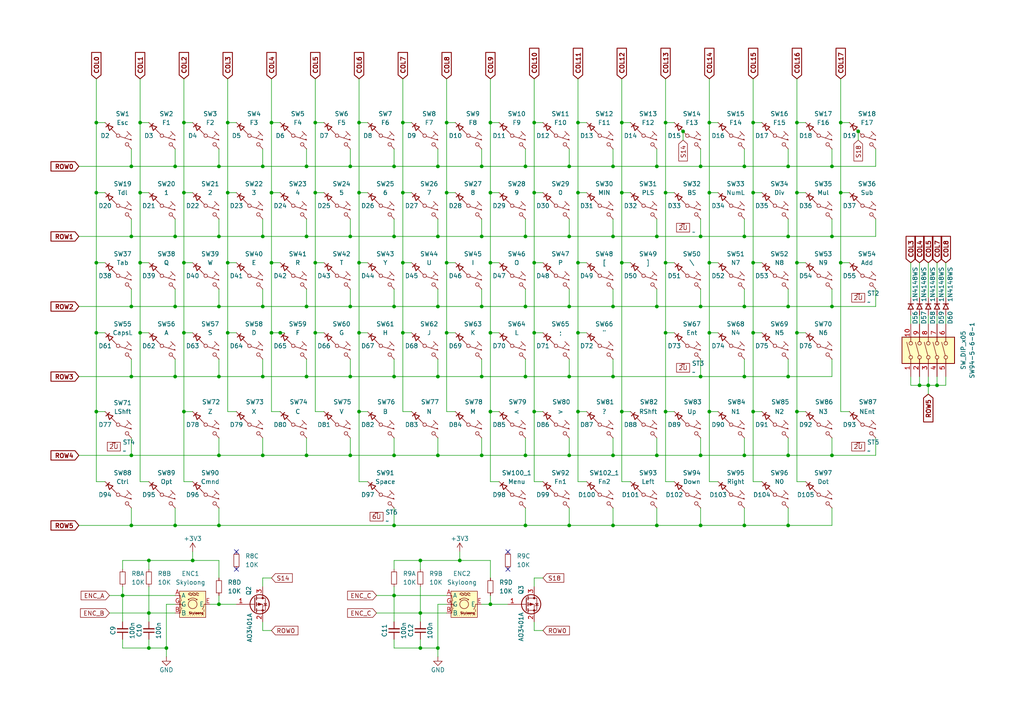
<source format=kicad_sch>
(kicad_sch (version 20250114) (generator "eeschema") (generator_version "9.0")
  (paper "A4")
  (junction (at 139.7 68.58))
  (junction (at 91.44 96.52))
  (junction (at 66.04 35.56))
  (junction (at 114.3 48.26))
  (junction (at 231.14 55.88))
  (junction (at 76.2 132.08))
  (junction (at 63.5 88.9))
  (junction (at 114.3 109.22))
  (junction (at 243.84 55.88))
  (junction (at 193.04 55.88))
  (junction (at 63.5 152.4))
  (junction (at 63.5 48.26))
  (junction (at 203.2 88.9))
  (junction (at 154.94 55.88))
  (junction (at 218.44 35.56))
  (junction (at 129.54 35.56))
  (junction (at 215.9 88.9))
  (junction (at 177.8 48.26))
  (junction (at 127 132.08))
  (junction (at 193.04 96.52))
  (junction (at 116.84 55.88))
  (junction (at 241.3 88.9))
  (junction (at 218.44 96.52))
  (junction (at 142.24 35.56))
  (junction (at 165.1 132.08))
  (junction (at 241.3 132.08))
  (junction (at 88.9 109.22))
  (junction (at 38.1 109.22))
  (junction (at 231.14 76.2))
  (junction (at 231.14 96.52))
  (junction (at 101.6 132.08))
  (junction (at 190.5 48.26))
  (junction (at 48.26 187.96))
  (junction (at 190.5 152.4))
  (junction (at 205.74 119.38))
  (junction (at 180.34 119.38))
  (junction (at 167.64 96.52))
  (junction (at 271.78 111.76))
  (junction (at 66.04 55.88))
  (junction (at 139.7 48.26))
  (junction (at 231.14 119.38))
  (junction (at 91.44 55.88))
  (junction (at 50.8 109.22))
  (junction (at 177.8 152.4))
  (junction (at 78.74 35.56))
  (junction (at 114.3 152.4))
  (junction (at 177.8 132.08))
  (junction (at 53.34 35.56))
  (junction (at 228.6 68.58))
  (junction (at 205.74 55.88))
  (junction (at 129.54 96.52))
  (junction (at 142.24 55.88))
  (junction (at 43.18 177.8))
  (junction (at 167.64 119.38))
  (junction (at 177.8 68.58))
  (junction (at 114.3 88.9))
  (junction (at 127 109.22))
  (junction (at 116.84 35.56))
  (junction (at 177.8 109.22))
  (junction (at 38.1 132.08))
  (junction (at 127 48.26))
  (junction (at 198.12 38.1))
  (junction (at 38.1 88.9))
  (junction (at 154.94 119.38))
  (junction (at 152.4 132.08))
  (junction (at 53.34 76.2))
  (junction (at 78.74 96.52))
  (junction (at 241.3 68.58))
  (junction (at 27.94 96.52))
  (junction (at 215.9 152.4))
  (junction (at 203.2 152.4))
  (junction (at 180.34 35.56))
  (junction (at 228.6 132.08))
  (junction (at 205.74 76.2))
  (junction (at 76.2 109.22))
  (junction (at 205.74 96.52))
  (junction (at 152.4 68.58))
  (junction (at 27.94 119.38))
  (junction (at 215.9 132.08))
  (junction (at 38.1 48.26))
  (junction (at 203.2 68.58))
  (junction (at 228.6 109.22))
  (junction (at 139.7 132.08))
  (junction (at 38.1 68.58))
  (junction (at 152.4 152.4))
  (junction (at 88.9 132.08))
  (junction (at 88.9 68.58))
  (junction (at 101.6 109.22))
  (junction (at 121.92 187.96))
  (junction (at 215.9 48.26))
  (junction (at 165.1 68.58))
  (junction (at 269.24 111.76))
  (junction (at 167.64 55.88))
  (junction (at 165.1 88.9))
  (junction (at 190.5 88.9))
  (junction (at 248.92 38.1))
  (junction (at 231.14 35.56))
  (junction (at 228.6 152.4))
  (junction (at 50.8 152.4))
  (junction (at 215.9 68.58))
  (junction (at 101.6 68.58))
  (junction (at 121.92 177.8))
  (junction (at 152.4 48.26))
  (junction (at 121.92 162.56))
  (junction (at 180.34 55.88))
  (junction (at 203.2 109.22))
  (junction (at 81.28 96.52))
  (junction (at 133.35 162.56))
  (junction (at 27.94 35.56))
  (junction (at 116.84 96.52))
  (junction (at 104.14 76.2))
  (junction (at 40.64 76.2))
  (junction (at 127 88.9))
  (junction (at 91.44 35.56))
  (junction (at 63.5 109.22))
  (junction (at 101.6 48.26))
  (junction (at 152.4 88.9))
  (junction (at 228.6 88.9))
  (junction (at 104.14 35.56))
  (junction (at 154.94 76.2))
  (junction (at 243.84 76.2))
  (junction (at 180.34 76.2))
  (junction (at 154.94 35.56))
  (junction (at 88.9 48.26))
  (junction (at 193.04 119.38))
  (junction (at 63.5 68.58))
  (junction (at 218.44 119.38))
  (junction (at 53.34 119.38))
  (junction (at 129.54 55.88))
  (junction (at 167.64 76.2))
  (junction (at 38.1 152.4))
  (junction (at 35.56 172.72))
  (junction (at 40.64 96.52))
  (junction (at 40.64 35.56))
  (junction (at 218.44 55.88))
  (junction (at 76.2 88.9))
  (junction (at 88.9 88.9))
  (junction (at 27.94 76.2))
  (junction (at 142.24 96.52))
  (junction (at 167.64 35.56))
  (junction (at 53.34 55.88))
  (junction (at 63.5 175.26))
  (junction (at 53.34 96.52))
  (junction (at 127 187.96))
  (junction (at 203.2 48.26))
  (junction (at 50.8 88.9))
  (junction (at 101.6 88.9))
  (junction (at 76.2 48.26))
  (junction (at 190.5 68.58))
  (junction (at 165.1 48.26))
  (junction (at 78.74 76.2))
  (junction (at 243.84 35.56))
  (junction (at 139.7 88.9))
  (junction (at 228.6 48.26))
  (junction (at 142.24 175.26))
  (junction (at 152.4 109.22))
  (junction (at 116.84 76.2))
  (junction (at 43.18 187.96))
  (junction (at 63.5 132.08))
  (junction (at 241.3 48.26))
  (junction (at 193.04 76.2))
  (junction (at 66.04 76.2))
  (junction (at 177.8 88.9))
  (junction (at 40.64 55.88))
  (junction (at 55.88 162.56))
  (junction (at 66.04 96.52))
  (junction (at 142.24 76.2))
  (junction (at 127 68.58))
  (junction (at 114.3 68.58))
  (junction (at 142.24 119.38))
  (junction (at 91.44 76.2))
  (junction (at 266.7 111.76))
  (junction (at 104.14 119.38))
  (junction (at 76.2 68.58))
  (junction (at 43.18 162.56))
  (junction (at 129.54 76.2))
  (junction (at 78.74 55.88))
  (junction (at 114.3 172.72))
  (junction (at 190.5 132.08))
  (junction (at 218.44 76.2))
  (junction (at 215.9 109.22))
  (junction (at 104.14 55.88))
  (junction (at 27.94 55.88))
  (junction (at 50.8 48.26))
  (junction (at 205.74 35.56))
  (junction (at 203.2 132.08))
  (junction (at 165.1 152.4))
  (junction (at 114.3 132.08))
  (junction (at 154.94 96.52))
  (junction (at 193.04 35.56))
  (junction (at 139.7 109.22))
  (junction (at 50.8 68.58))
  (junction (at 165.1 109.22))
  (junction (at 104.14 96.52))
  (no_connect (at 68.58 160.02))
  (no_connect (at 68.58 165.1))
  (no_connect (at 147.32 160.02))
  (no_connect (at 147.32 165.1))
  (wire (pts (xy 243.84 35.56) (xy 246.38 35.56)))
  (wire (pts (xy 154.94 55.88) (xy 157.48 55.88)))
  (wire (pts (xy 269.24 93.98) (xy 269.24 91.44)))
  (wire (pts (xy 76.2 109.22) (xy 88.9 109.22)))
  (wire (pts (xy 127 127) (xy 127 132.08)))
  (wire (pts (xy 193.04 119.38) (xy 193.04 139.7)))
  (wire (pts (xy 177.8 104.14) (xy 177.8 109.22)))
  (wire (pts (xy 154.94 96.52) (xy 157.48 96.52)))
  (wire (pts (xy 177.8 48.26) (xy 190.5 48.26)))
  (wire (pts (xy 40.64 139.7) (xy 43.18 139.7)))
  (wire (pts (xy 63.5 127) (xy 63.5 132.08)))
  (wire (pts (xy 81.28 96.52) (xy 82.55 96.52)))
  (wire (pts (xy 38.1 48.26) (xy 50.8 48.26)))
  (wire (pts (xy 116.84 96.52) (xy 119.38 96.52)))
  (wire (pts (xy 114.3 88.9) (xy 127 88.9)))
  (wire (pts (xy 254 68.58) (xy 254 63.5)))
  (wire (pts (xy 142.24 55.88) (xy 144.78 55.88)))
  (wire (pts (xy 119.38 76.2) (xy 116.84 76.2)))
  (wire (pts (xy 203.2 68.58) (xy 215.9 68.58)))
  (wire (pts (xy 121.92 162.56) (xy 114.3 162.56)))
  (wire (pts (xy 205.74 35.56) (xy 205.74 55.88)))
  (wire (pts (xy 152.4 147.32) (xy 152.4 152.4)))
  (wire (pts (xy 205.74 119.38) (xy 205.74 139.7)))
  (wire (pts (xy 139.7 48.26) (xy 152.4 48.26)))
  (wire (pts (xy 40.64 35.56) (xy 43.18 35.56)))
  (wire (pts (xy 121.92 162.56) (xy 121.92 165.1)))
  (wire (pts (xy 66.04 76.2) (xy 66.04 96.52)))
  (wire (pts (xy 264.16 93.98) (xy 264.16 91.44)))
  (wire (pts (xy 152.4 63.5) (xy 152.4 68.58)))
  (wire (pts (xy 50.8 147.32) (xy 50.8 152.4)))
  (wire (pts (xy 190.5 127) (xy 190.5 132.08)))
  (wire (pts (xy 127 109.22) (xy 139.7 109.22)))
  (wire (pts (xy 152.4 48.26) (xy 165.1 48.26)))
  (wire (pts (xy 139.7 83.82) (xy 139.7 88.9)))
  (wire (pts (xy 38.1 88.9) (xy 50.8 88.9)))
  (wire (pts (xy 43.18 162.56) (xy 43.18 165.1)))
  (wire (pts (xy 63.5 48.26) (xy 76.2 48.26)))
  (wire (pts (xy 177.8 43.18) (xy 177.8 48.26)))
  (wire (pts (xy 38.1 147.32) (xy 38.1 152.4)))
  (wire (pts (xy 50.8 152.4) (xy 63.5 152.4)))
  (wire (pts (xy 129.54 96.52) (xy 129.54 119.38)))
  (wire (pts (xy 22.86 48.26) (xy 38.1 48.26)))
  (wire (pts (xy 152.4 83.82) (xy 152.4 88.9)))
  (wire (pts (xy 142.24 172.72) (xy 142.24 175.26)))
  (wire (pts (xy 193.04 55.88) (xy 195.58 55.88)))
  (wire (pts (xy 165.1 83.82) (xy 165.1 88.9)))
  (wire (pts (xy 218.44 139.7) (xy 220.98 139.7)))
  (wire (pts (xy 269.24 114.3) (xy 269.24 111.76)))
  (wire (pts (xy 121.92 187.96) (xy 127 187.96)))
  (wire (pts (xy 129.54 96.52) (xy 132.08 96.52)))
  (wire (pts (xy 139.7 132.08) (xy 152.4 132.08)))
  (wire (pts (xy 142.24 139.7) (xy 144.78 139.7)))
  (wire (pts (xy 63.5 63.5) (xy 63.5 68.58)))
  (wire (pts (xy 104.14 96.52) (xy 106.68 96.52)))
  (wire (pts (xy 101.6 43.18) (xy 101.6 48.26)))
  (wire (pts (xy 231.14 119.38) (xy 233.68 119.38)))
  (wire (pts (xy 180.34 55.88) (xy 182.88 55.88)))
  (wire (pts (xy 78.74 35.56) (xy 78.74 55.88)))
  (wire (pts (xy 109.22 172.72) (xy 114.3 172.72)))
  (wire (pts (xy 139.7 104.14) (xy 139.7 109.22)))
  (wire (pts (xy 91.44 55.88) (xy 91.44 76.2)))
  (wire (pts (xy 228.6 63.5) (xy 228.6 68.58)))
  (wire (pts (xy 231.14 55.88) (xy 231.14 76.2)))
  (wire (pts (xy 152.4 132.08) (xy 165.1 132.08)))
  (wire (pts (xy 91.44 96.52) (xy 91.44 119.38)))
  (wire (pts (xy 101.6 63.5) (xy 101.6 68.58)))
  (wire (pts (xy 180.34 76.2) (xy 180.34 119.38)))
  (wire (pts (xy 190.5 83.82) (xy 190.5 88.9)))
  (wire (pts (xy 78.74 35.56) (xy 81.28 35.56)))
  (wire (pts (xy 218.44 119.38) (xy 220.98 119.38)))
  (wire (pts (xy 88.9 43.18) (xy 88.9 48.26)))
  (wire (pts (xy 180.34 35.56) (xy 182.88 35.56)))
  (wire (pts (xy 203.2 147.32) (xy 203.2 152.4)))
  (wire (pts (xy 165.1 152.4) (xy 177.8 152.4)))
  (wire (pts (xy 76.2 88.9) (xy 88.9 88.9)))
  (wire (pts (xy 116.84 119.38) (xy 119.38 119.38)))
  (wire (pts (xy 215.9 147.32) (xy 215.9 152.4)))
  (wire (pts (xy 254 88.9) (xy 254 83.82)))
  (wire (pts (xy 76.2 83.82) (xy 76.2 88.9)))
  (wire (pts (xy 241.3 127) (xy 241.3 132.08)))
  (wire (pts (xy 127 83.82) (xy 127 88.9)))
  (wire (pts (xy 78.74 119.38) (xy 81.28 119.38)))
  (wire (pts (xy 203.2 152.4) (xy 215.9 152.4)))
  (wire (pts (xy 193.04 35.56) (xy 193.04 55.88)))
  (wire (pts (xy 177.8 132.08) (xy 190.5 132.08)))
  (wire (pts (xy 165.1 43.18) (xy 165.1 48.26)))
  (wire (pts (xy 27.94 96.52) (xy 27.94 119.38)))
  (wire (pts (xy 27.94 139.7) (xy 30.48 139.7)))
  (wire (pts (xy 104.14 55.88) (xy 104.14 76.2)))
  (wire (pts (xy 127 187.96) (xy 127 190.5)))
  (wire (pts (xy 129.54 119.38) (xy 132.08 119.38)))
  (wire (pts (xy 121.92 170.18) (xy 121.92 177.8)))
  (wire (pts (xy 264.16 109.22) (xy 264.16 111.76)))
  (wire (pts (xy 203.2 104.14) (xy 203.2 109.22)))
  (wire (pts (xy 269.24 111.76) (xy 271.78 111.76)))
  (wire (pts (xy 63.5 132.08) (xy 76.2 132.08)))
  (wire (pts (xy 142.24 76.2) (xy 144.78 76.2)))
  (wire (pts (xy 231.14 139.7) (xy 233.68 139.7)))
  (wire (pts (xy 121.92 177.8) (xy 121.92 180.34)))
  (wire (pts (xy 66.04 55.88) (xy 66.04 76.2)))
  (wire (pts (xy 22.86 68.58) (xy 38.1 68.58)))
  (wire (pts (xy 129.54 35.56) (xy 132.08 35.56)))
  (wire (pts (xy 274.32 86.36) (xy 274.32 76.2)))
  (wire (pts (xy 114.3 63.5) (xy 114.3 68.58)))
  (wire (pts (xy 142.24 162.56) (xy 142.24 167.64)))
  (wire (pts (xy 76.2 43.18) (xy 76.2 48.26)))
  (wire (pts (xy 76.2 170.18) (xy 76.2 167.64)))
  (wire (pts (xy 142.24 119.38) (xy 144.78 119.38)))
  (wire (pts (xy 63.5 88.9) (xy 76.2 88.9)))
  (wire (pts (xy 231.14 76.2) (xy 233.68 76.2)))
  (wire (pts (xy 53.34 55.88) (xy 53.34 76.2)))
  (wire (pts (xy 76.2 68.58) (xy 88.9 68.58)))
  (wire (pts (xy 129.54 55.88) (xy 129.54 76.2)))
  (wire (pts (xy 231.14 22.86) (xy 231.14 35.56)))
  (wire (pts (xy 104.14 139.7) (xy 106.68 139.7)))
  (wire (pts (xy 129.54 22.86) (xy 129.54 35.56)))
  (wire (pts (xy 50.8 68.58) (xy 63.5 68.58)))
  (wire (pts (xy 154.94 76.2) (xy 154.94 96.52)))
  (wire (pts (xy 152.4 43.18) (xy 152.4 48.26)))
  (wire (pts (xy 264.16 111.76) (xy 266.7 111.76)))
  (wire (pts (xy 88.9 88.9) (xy 101.6 88.9)))
  (wire (pts (xy 203.2 83.82) (xy 203.2 88.9)))
  (wire (pts (xy 63.5 162.56) (xy 63.5 167.64)))
  (wire (pts (xy 231.14 96.52) (xy 231.14 119.38)))
  (wire (pts (xy 127 175.26) (xy 127 187.96)))
  (wire (pts (xy 198.12 38.1) (xy 198.12 40.64)))
  (wire (pts (xy 231.14 35.56) (xy 233.68 35.56)))
  (wire (pts (xy 88.9 68.58) (xy 101.6 68.58)))
  (wire (pts (xy 243.84 119.38) (xy 246.38 119.38)))
  (wire (pts (xy 91.44 22.86) (xy 91.44 35.56)))
  (wire (pts (xy 27.94 76.2) (xy 30.48 76.2)))
  (wire (pts (xy 35.56 172.72) (xy 35.56 180.34)))
  (wire (pts (xy 101.6 48.26) (xy 114.3 48.26)))
  (wire (pts (xy 243.84 55.88) (xy 246.38 55.88)))
  (wire (pts (xy 203.2 109.22) (xy 215.9 109.22)))
  (wire (pts (xy 190.5 147.32) (xy 190.5 152.4)))
  (wire (pts (xy 203.2 132.08) (xy 215.9 132.08)))
  (wire (pts (xy 66.04 22.86) (xy 66.04 35.56)))
  (wire (pts (xy 40.64 76.2) (xy 43.18 76.2)))
  (wire (pts (xy 116.84 96.52) (xy 116.84 119.38)))
  (wire (pts (xy 218.44 35.56) (xy 220.98 35.56)))
  (wire (pts (xy 38.1 127) (xy 38.1 132.08)))
  (wire (pts (xy 101.6 132.08) (xy 114.3 132.08)))
  (wire (pts (xy 43.18 177.8) (xy 43.18 180.34)))
  (wire (pts (xy 180.34 55.88) (xy 180.34 76.2)))
  (wire (pts (xy 63.5 83.82) (xy 63.5 88.9)))
  (wire (pts (xy 152.4 109.22) (xy 165.1 109.22)))
  (wire (pts (xy 78.74 22.86) (xy 78.74 35.56)))
  (wire (pts (xy 177.8 127) (xy 177.8 132.08)))
  (wire (pts (xy 43.18 170.18) (xy 43.18 177.8)))
  (wire (pts (xy 231.14 119.38) (xy 231.14 139.7)))
  (wire (pts (xy 43.18 185.42) (xy 43.18 187.96)))
  (wire (pts (xy 165.1 68.58) (xy 177.8 68.58)))
  (wire (pts (xy 43.18 55.88) (xy 40.64 55.88)))
  (wire (pts (xy 38.1 104.14) (xy 38.1 109.22)))
  (wire (pts (xy 27.94 119.38) (xy 30.48 119.38)))
  (wire (pts (xy 91.44 119.38) (xy 93.98 119.38)))
  (wire (pts (xy 154.94 119.38) (xy 154.94 139.7)))
  (wire (pts (xy 63.5 152.4) (xy 114.3 152.4)))
  (wire (pts (xy 154.94 180.34) (xy 154.94 182.88)))
  (wire (pts (xy 101.6 109.22) (xy 114.3 109.22)))
  (wire (pts (xy 91.44 55.88) (xy 93.98 55.88)))
  (wire (pts (xy 228.6 152.4) (xy 241.3 152.4)))
  (wire (pts (xy 88.9 132.08) (xy 101.6 132.08)))
  (wire (pts (xy 93.98 76.2) (xy 91.44 76.2)))
  (wire (pts (xy 22.86 88.9) (xy 38.1 88.9)))
  (wire (pts (xy 27.94 55.88) (xy 30.48 55.88)))
  (wire (pts (xy 271.78 93.98) (xy 271.78 91.44)))
  (wire (pts (xy 139.7 127) (xy 139.7 132.08)))
  (wire (pts (xy 271.78 86.36) (xy 271.78 76.2)))
  (wire (pts (xy 116.84 35.56) (xy 119.38 35.56)))
  (wire (pts (xy 228.6 88.9) (xy 241.3 88.9)))
  (wire (pts (xy 63.5 147.32) (xy 63.5 152.4)))
  (wire (pts (xy 205.74 76.2) (xy 208.28 76.2)))
  (wire (pts (xy 154.94 55.88) (xy 154.94 76.2)))
  (wire (pts (xy 241.3 43.18) (xy 241.3 48.26)))
  (wire (pts (xy 154.94 96.52) (xy 154.94 119.38)))
  (wire (pts (xy 78.74 96.52) (xy 81.28 96.52)))
  (wire (pts (xy 114.3 132.08) (xy 127 132.08)))
  (wire (pts (xy 22.86 132.08) (xy 38.1 132.08)))
  (wire (pts (xy 177.8 109.22) (xy 203.2 109.22)))
  (wire (pts (xy 129.54 35.56) (xy 129.54 55.88)))
  (wire (pts (xy 78.74 55.88) (xy 78.74 76.2)))
  (wire (pts (xy 193.04 96.52) (xy 193.04 119.38)))
  (wire (pts (xy 127 132.08) (xy 139.7 132.08)))
  (wire (pts (xy 121.92 185.42) (xy 121.92 187.96)))
  (wire (pts (xy 76.2 167.64) (xy 78.74 167.64)))
  (wire (pts (xy 76.2 132.08) (xy 88.9 132.08)))
  (wire (pts (xy 241.3 109.22) (xy 241.3 104.14)))
  (wire (pts (xy 91.44 35.56) (xy 91.44 55.88)))
  (wire (pts (xy 193.04 22.86) (xy 193.04 35.56)))
  (wire (pts (xy 116.84 76.2) (xy 116.84 96.52)))
  (wire (pts (xy 40.64 96.52) (xy 43.18 96.52)))
  (wire (pts (xy 114.3 127) (xy 114.3 132.08)))
  (wire (pts (xy 165.1 63.5) (xy 165.1 68.58)))
  (wire (pts (xy 154.94 139.7) (xy 157.48 139.7)))
  (wire (pts (xy 133.35 162.56) (xy 142.24 162.56)))
  (wire (pts (xy 116.84 22.86) (xy 116.84 35.56)))
  (wire (pts (xy 88.9 109.22) (xy 101.6 109.22)))
  (wire (pts (xy 215.9 43.18) (xy 215.9 48.26)))
  (wire (pts (xy 40.64 76.2) (xy 40.64 96.52)))
  (wire (pts (xy 88.9 127) (xy 88.9 132.08)))
  (wire (pts (xy 218.44 96.52) (xy 218.44 119.38)))
  (wire (pts (xy 38.1 63.5) (xy 38.1 68.58)))
  (wire (pts (xy 152.4 88.9) (xy 165.1 88.9)))
  (wire (pts (xy 63.5 68.58) (xy 76.2 68.58)))
  (wire (pts (xy 127 48.26) (xy 139.7 48.26)))
  (wire (pts (xy 193.04 55.88) (xy 193.04 76.2)))
  (wire (pts (xy 215.9 132.08) (xy 228.6 132.08)))
  (wire (pts (xy 228.6 43.18) (xy 228.6 48.26)))
  (wire (pts (xy 167.64 22.86) (xy 167.64 35.56)))
  (wire (pts (xy 165.1 109.22) (xy 177.8 109.22)))
  (wire (pts (xy 215.9 83.82) (xy 215.9 88.9)))
  (wire (pts (xy 66.04 96.52) (xy 66.04 119.38)))
  (wire (pts (xy 205.74 119.38) (xy 208.28 119.38)))
  (wire (pts (xy 228.6 68.58) (xy 241.3 68.58)))
  (wire (pts (xy 154.94 170.18) (xy 154.94 167.64)))
  (wire (pts (xy 203.2 88.9) (xy 215.9 88.9)))
  (wire (pts (xy 50.8 109.22) (xy 63.5 109.22)))
  (wire (pts (xy 154.94 182.88) (xy 157.48 182.88)))
  (wire (pts (xy 66.04 96.52) (xy 68.58 96.52)))
  (wire (pts (xy 152.4 68.58) (xy 165.1 68.58)))
  (wire (pts (xy 154.94 76.2) (xy 157.48 76.2)))
  (wire (pts (xy 66.04 35.56) (xy 68.58 35.56)))
  (wire (pts (xy 88.9 63.5) (xy 88.9 68.58)))
  (wire (pts (xy 50.8 104.14) (xy 50.8 109.22)))
  (wire (pts (xy 228.6 109.22) (xy 241.3 109.22)))
  (wire (pts (xy 121.92 177.8) (xy 129.54 177.8)))
  (wire (pts (xy 104.14 22.86) (xy 104.14 35.56)))
  (wire (pts (xy 53.34 119.38) (xy 53.34 139.7)))
  (wire (pts (xy 180.34 76.2) (xy 182.88 76.2)))
  (wire (pts (xy 266.7 111.76) (xy 266.7 109.22)))
  (wire (pts (xy 167.64 35.56) (xy 167.64 55.88)))
  (wire (pts (xy 78.74 76.2) (xy 78.74 96.52)))
  (wire (pts (xy 63.5 43.18) (xy 63.5 48.26)))
  (wire (pts (xy 218.44 76.2) (xy 220.98 76.2)))
  (wire (pts (xy 205.74 55.88) (xy 208.28 55.88)))
  (wire (pts (xy 114.3 170.18) (xy 114.3 172.72)))
  (wire (pts (xy 154.94 35.56) (xy 154.94 55.88)))
  (wire (pts (xy 218.44 55.88) (xy 218.44 76.2)))
  (wire (pts (xy 154.94 22.86) (xy 154.94 35.56)))
  (wire (pts (xy 195.58 35.56) (xy 193.04 35.56)))
  (wire (pts (xy 215.9 48.26) (xy 228.6 48.26)))
  (wire (pts (xy 48.26 175.26) (xy 48.26 187.96)))
  (wire (pts (xy 193.04 119.38) (xy 195.58 119.38)))
  (wire (pts (xy 228.6 132.08) (xy 241.3 132.08)))
  (wire (pts (xy 154.94 119.38) (xy 157.48 119.38)))
  (wire (pts (xy 91.44 35.56) (xy 93.98 35.56)))
  (wire (pts (xy 243.84 22.86) (xy 243.84 35.56)))
  (wire (pts (xy 104.14 35.56) (xy 106.68 35.56)))
  (wire (pts (xy 165.1 104.14) (xy 165.1 109.22)))
  (wire (pts (xy 193.04 76.2) (xy 193.04 96.52)))
  (wire (pts (xy 274.32 111.76) (xy 274.32 109.22)))
  (wire (pts (xy 53.34 139.7) (xy 55.88 139.7)))
  (wire (pts (xy 241.3 132.08) (xy 254 132.08)))
  (wire (pts (xy 127 88.9) (xy 139.7 88.9)))
  (wire (pts (xy 231.14 55.88) (xy 233.68 55.88)))
  (wire (pts (xy 142.24 55.88) (xy 142.24 76.2)))
  (wire (pts (xy 228.6 48.26) (xy 241.3 48.26)))
  (wire (pts (xy 228.6 83.82) (xy 228.6 88.9)))
  (wire (pts (xy 116.84 35.56) (xy 116.84 55.88)))
  (wire (pts (xy 78.74 55.88) (xy 81.28 55.88)))
  (wire (pts (xy 231.14 35.56) (xy 231.14 55.88)))
  (wire (pts (xy 43.18 162.56) (xy 35.56 162.56)))
  (wire (pts (xy 66.04 119.38) (xy 68.58 119.38)))
  (wire (pts (xy 228.6 104.14) (xy 228.6 109.22)))
  (wire (pts (xy 215.9 104.14) (xy 215.9 109.22)))
  (wire (pts (xy 53.34 76.2) (xy 53.34 96.52)))
  (wire (pts (xy 215.9 152.4) (xy 228.6 152.4)))
  (wire (pts (xy 114.3 104.14) (xy 114.3 109.22)))
  (wire (pts (xy 104.14 96.52) (xy 104.14 119.38)))
  (wire (pts (xy 142.24 35.56) (xy 142.24 55.88)))
  (wire (pts (xy 215.9 63.5) (xy 215.9 68.58)))
  (wire (pts (xy 133.35 162.56) (xy 121.92 162.56)))
  (wire (pts (xy 35.56 185.42) (xy 35.56 187.96)))
  (wire (pts (xy 271.78 111.76) (xy 274.32 111.76)))
  (wire (pts (xy 218.44 35.56) (xy 218.44 55.88)))
  (wire (pts (xy 228.6 127) (xy 228.6 132.08)))
  (wire (pts (xy 177.8 83.82) (xy 177.8 88.9)))
  (wire (pts (xy 53.34 35.56) (xy 55.88 35.56)))
  (wire (pts (xy 38.1 68.58) (xy 50.8 68.58)))
  (wire (pts (xy 114.3 172.72) (xy 114.3 180.34)))
  (wire (pts (xy 142.24 96.52) (xy 142.24 119.38)))
  (wire (pts (xy 76.2 127) (xy 76.2 132.08)))
  (wire (pts (xy 53.34 35.56) (xy 53.34 55.88)))
  (wire (pts (xy 22.86 109.22) (xy 38.1 109.22)))
  (wire (pts (xy 127 104.14) (xy 127 109.22)))
  (wire (pts (xy 31.75 172.72) (xy 35.56 172.72)))
  (wire (pts (xy 27.94 55.88) (xy 27.94 76.2)))
  (wire (pts (xy 38.1 83.82) (xy 38.1 88.9)))
  (wire (pts (xy 241.3 48.26) (xy 254 48.26)))
  (wire (pts (xy 114.3 187.96) (xy 121.92 187.96)))
  (wire (pts (xy 27.94 96.52) (xy 30.48 96.52)))
  (wire (pts (xy 116.84 55.88) (xy 116.84 76.2)))
  (wire (pts (xy 243.84 35.56) (xy 243.84 55.88)))
  (wire (pts (xy 154.94 167.64) (xy 157.48 167.64)))
  (wire (pts (xy 167.64 139.7) (xy 170.18 139.7)))
  (wire (pts (xy 63.5 175.26) (xy 68.58 175.26)))
  (wire (pts (xy 165.1 48.26) (xy 177.8 48.26)))
  (wire (pts (xy 177.8 68.58) (xy 190.5 68.58)))
  (wire (pts (xy 269.24 86.36) (xy 269.24 76.2)))
  (wire (pts (xy 167.64 55.88) (xy 167.64 76.2)))
  (wire (pts (xy 55.88 160.02) (xy 55.88 162.56)))
  (wire (pts (xy 180.34 22.86) (xy 180.34 35.56)))
  (wire (pts (xy 165.1 132.08) (xy 177.8 132.08)))
  (wire (pts (xy 114.3 152.4) (xy 152.4 152.4)))
  (wire (pts (xy 241.3 83.82) (xy 241.3 88.9)))
  (wire (pts (xy 53.34 96.52) (xy 55.88 96.52)))
  (wire (pts (xy 104.14 76.2) (xy 106.68 76.2)))
  (wire (pts (xy 127 63.5) (xy 127 68.58)))
  (wire (pts (xy 50.8 63.5) (xy 50.8 68.58)))
  (wire (pts (xy 152.4 104.14) (xy 152.4 109.22)))
  (wire (pts (xy 167.64 55.88) (xy 170.18 55.88)))
  (wire (pts (xy 190.5 63.5) (xy 190.5 68.58)))
  (wire (pts (xy 205.74 35.56) (xy 208.28 35.56)))
  (wire (pts (xy 35.56 170.18) (xy 35.56 172.72)))
  (wire (pts (xy 66.04 35.56) (xy 66.04 55.88)))
  (wire (pts (xy 180.34 119.38) (xy 180.34 139.7)))
  (wire (pts (xy 241.3 88.9) (xy 254 88.9)))
  (wire (pts (xy 218.44 55.88) (xy 220.98 55.88)))
  (wire (pts (xy 53.34 55.88) (xy 55.88 55.88)))
  (wire (pts (xy 142.24 35.56) (xy 144.78 35.56)))
  (wire (pts (xy 78.74 76.2) (xy 81.28 76.2)))
  (wire (pts (xy 142.24 119.38) (xy 142.24 139.7)))
  (wire (pts (xy 218.44 96.52) (xy 220.98 96.52)))
  (wire (pts (xy 53.34 96.52) (xy 53.34 119.38)))
  (wire (pts (xy 68.58 76.2) (xy 66.04 76.2)))
  (wire (pts (xy 127 68.58) (xy 139.7 68.58)))
  (wire (pts (xy 228.6 147.32) (xy 228.6 152.4)))
  (wire (pts (xy 271.78 111.76) (xy 271.78 109.22)))
  (wire (pts (xy 31.75 177.8) (xy 43.18 177.8)))
  (wire (pts (xy 114.3 68.58) (xy 127 68.58)))
  (wire (pts (xy 50.8 88.9) (xy 63.5 88.9)))
  (wire (pts (xy 254 132.08) (xy 254 127)))
  (wire (pts (xy 266.7 93.98) (xy 266.7 91.44)))
  (wire (pts (xy 152.4 127) (xy 152.4 132.08)))
  (wire (pts (xy 180.34 139.7) (xy 182.88 139.7)))
  (wire (pts (xy 203.2 43.18) (xy 203.2 48.26)))
  (wire (pts (xy 205.74 139.7) (xy 208.28 139.7)))
  (wire (pts (xy 50.8 175.26) (xy 48.26 175.26)))
  (wire (pts (xy 119.38 55.88) (xy 116.84 55.88)))
  (wire (pts (xy 133.35 160.02) (xy 133.35 162.56)))
  (wire (pts (xy 142.24 22.86) (xy 142.24 35.56)))
  (wire (pts (xy 241.3 68.58) (xy 254 68.58)))
  (wire (pts (xy 27.94 119.38) (xy 27.94 139.7)))
  (wire (pts (xy 167.64 35.56) (xy 170.18 35.56)))
  (wire (pts (xy 76.2 48.26) (xy 88.9 48.26)))
  (wire (pts (xy 43.18 187.96) (xy 48.26 187.96)))
  (wire (pts (xy 231.14 76.2) (xy 231.14 96.52)))
  (wire (pts (xy 180.34 35.56) (xy 180.34 55.88)))
  (wire (pts (xy 177.8 88.9) (xy 190.5 88.9)))
  (wire (pts (xy 35.56 187.96) (xy 43.18 187.96)))
  (wire (pts (xy 78.74 96.52) (xy 78.74 119.38)))
  (wire (pts (xy 40.64 55.88) (xy 40.64 76.2)))
  (wire (pts (xy 190.5 68.58) (xy 203.2 68.58)))
  (wire (pts (xy 177.8 63.5) (xy 177.8 68.58)))
  (wire (pts (xy 114.3 48.26) (xy 127 48.26)))
  (wire (pts (xy 203.2 48.26) (xy 215.9 48.26)))
  (wire (pts (xy 50.8 48.26) (xy 63.5 48.26)))
  (wire (pts (xy 114.3 172.72) (xy 129.54 172.72)))
  (wire (pts (xy 50.8 83.82) (xy 50.8 88.9)))
  (wire (pts (xy 114.3 83.82) (xy 114.3 88.9)))
  (wire (pts (xy 167.64 119.38) (xy 170.18 119.38)))
  (wire (pts (xy 167.64 76.2) (xy 167.64 96.52)))
  (wire (pts (xy 218.44 119.38) (xy 218.44 139.7)))
  (wire (pts (xy 139.7 63.5) (xy 139.7 68.58)))
  (wire (pts (xy 177.8 147.32) (xy 177.8 152.4)))
  (wire (pts (xy 109.22 177.8) (xy 121.92 177.8)))
  (wire (pts (xy 76.2 104.14) (xy 76.2 109.22)))
  (wire (pts (xy 205.74 96.52) (xy 205.74 119.38)))
  (wire (pts (xy 139.7 175.26) (xy 142.24 175.26)))
  (wire (pts (xy 76.2 180.34) (xy 76.2 182.88)))
  (wire (pts (xy 165.1 127) (xy 165.1 132.08)))
  (wire (pts (xy 142.24 76.2) (xy 142.24 96.52)))
  (wire (pts (xy 104.14 35.56) (xy 104.14 55.88)))
  (wire (pts (xy 63.5 172.72) (xy 63.5 175.26)))
  (wire (pts (xy 190.5 152.4) (xy 203.2 152.4)))
  (wire (pts (xy 129.54 175.26) (xy 127 175.26)))
  (wire (pts (xy 101.6 83.82) (xy 101.6 88.9)))
  (wire (pts (xy 243.84 76.2) (xy 246.38 76.2)))
  (wire (pts (xy 88.9 104.14) (xy 88.9 109.22)))
  (wire (pts (xy 88.9 48.26) (xy 101.6 48.26)))
  (wire (pts (xy 139.7 109.22) (xy 152.4 109.22)))
  (wire (pts (xy 27.94 35.56) (xy 27.94 55.88)))
  (wire (pts (xy 114.3 185.42) (xy 114.3 187.96)))
  (wire (pts (xy 76.2 63.5) (xy 76.2 68.58)))
  (wire (pts (xy 22.86 152.4) (xy 38.1 152.4)))
  (wire (pts (xy 91.44 76.2) (xy 91.44 96.52)))
  (wire (pts (xy 190.5 43.18) (xy 190.5 48.26)))
  (wire (pts (xy 101.6 88.9) (xy 114.3 88.9)))
  (wire (pts (xy 266.7 86.36) (xy 266.7 76.2)))
  (wire (pts (xy 38.1 152.4) (xy 50.8 152.4)))
  (wire (pts (xy 104.14 119.38) (xy 104.14 139.7)))
  (wire (pts (xy 269.24 111.76) (xy 269.24 109.22)))
  (wire (pts (xy 76.2 182.88) (xy 78.74 182.88)))
  (wire (pts (xy 142.24 175.26) (xy 147.32 175.26)))
  (wire (pts (xy 165.1 88.9) (xy 177.8 88.9)))
  (wire (pts (xy 193.04 76.2) (xy 195.58 76.2)))
  (wire (pts (xy 139.7 43.18) (xy 139.7 48.26)))
  (wire (pts (xy 208.28 96.52) (xy 205.74 96.52)))
  (wire (pts (xy 40.64 22.86) (xy 40.64 35.56)))
  (wire (pts (xy 114.3 147.32) (xy 114.3 152.4)))
  (wire (pts (xy 63.5 109.22) (xy 76.2 109.22)))
  (wire (pts (xy 68.58 55.88) (xy 66.04 55.88)))
  (wire (pts (xy 215.9 109.22) (xy 228.6 109.22)))
  (wire (pts (xy 55.88 162.56) (xy 63.5 162.56)))
  (wire (pts (xy 203.2 127) (xy 203.2 132.08)))
  (wire (pts (xy 35.56 162.56) (xy 35.56 165.1)))
  (wire (pts (xy 114.3 43.18) (xy 114.3 48.26)))
  (wire (pts (xy 266.7 111.76) (xy 269.24 111.76)))
  (wire (pts (xy 177.8 152.4) (xy 190.5 152.4)))
  (wire (pts (xy 231.14 96.52) (xy 233.68 96.52)))
  (wire (pts (xy 91.44 96.52) (xy 93.98 96.52)))
  (wire (pts (xy 27.94 22.86) (xy 27.94 35.56)))
  (wire (pts (xy 27.94 76.2) (xy 27.94 96.52)))
  (wire (pts (xy 48.26 187.96) (xy 48.26 190.5)))
  (wire (pts (xy 165.1 147.32) (xy 165.1 152.4)))
  (wire (pts (xy 190.5 88.9) (xy 203.2 88.9)))
  (wire (pts (xy 248.92 38.1) (xy 248.92 40.64)))
  (wire (pts (xy 193.04 139.7) (xy 195.58 139.7)))
  (wire (pts (xy 129.54 55.88) (xy 132.08 55.88)))
  (wire (pts (xy 43.18 177.8) (xy 50.8 177.8)))
  (wire (pts (xy 114.3 109.22) (xy 127 109.22)))
  (wire (pts (xy 190.5 48.26) (xy 203.2 48.26)))
  (wire (pts (xy 215.9 127) (xy 215.9 132.08)))
  (wire (pts (xy 215.9 68.58) (xy 228.6 68.58)))
  (wire (pts (xy 60.96 175.26) (xy 63.5 175.26)))
  (wire (pts (xy 190.5 132.08) (xy 203.2 132.08)))
  (wire (pts (xy 264.16 86.36) (xy 264.16 76.2)))
  (wire (pts (xy 139.7 88.9) (xy 152.4 88.9)))
  (wire (pts (xy 53.34 76.2) (xy 55.88 76.2)))
  (wire (pts (xy 104.14 55.88) (xy 106.68 55.88)))
  (wire (pts (xy 40.64 35.56) (xy 40.64 55.88)))
  (wire (pts (xy 205.74 55.88) (xy 205.74 76.2)))
  (wire (pts (xy 205.74 76.2) (xy 205.74 96.52)))
  (wire (pts (xy 40.64 96.52) (xy 40.64 139.7)))
  (wire (pts (xy 38.1 109.22) (xy 50.8 109.22)))
  (wire (pts (xy 35.56 172.72) (xy 50.8 172.72)))
  (wire (pts (xy 104.14 76.2) (xy 104.14 96.52)))
  (wire (pts (xy 139.7 68.58) (xy 152.4 68.58)))
  (wire (pts (xy 243.84 55.88) (xy 243.84 76.2)))
  (wire (pts (xy 101.6 68.58) (xy 114.3 68.58)))
  (wire (pts (xy 27.94 35.56) (xy 30.48 35.56)))
  (wire (pts (xy 274.32 93.98) (xy 274.32 91.44)))
  (wire (pts (xy 193.04 96.52) (xy 195.58 96.52)))
  (wire (pts (xy 154.94 35.56) (xy 157.48 35.56)))
  (wire (pts (xy 129.54 76.2) (xy 132.08 76.2)))
  (wire (pts (xy 55.88 162.56) (xy 43.18 162.56)))
  (wire (pts (xy 127 43.18) (xy 127 48.26)))
  (wire (pts (xy 215.9 88.9) (xy 228.6 88.9)))
  (wire (pts (xy 53.34 22.86) (xy 53.34 35.56)))
  (wire (pts (xy 205.74 22.86) (xy 205.74 35.56)))
  (wire (pts (xy 53.34 119.38) (xy 55.88 119.38)))
  (wire (pts (xy 101.6 104.14) (xy 101.6 109.22)))
  (wire (pts (xy 114.3 162.56) (xy 114.3 165.1)))
  (wire (pts (xy 167.64 76.2) (xy 170.18 76.2)))
  (wire (pts (xy 203.2 63.5) (xy 203.2 68.58)))
  (wire (pts (xy 129.54 76.2) (xy 129.54 96.52)))
  (wire (pts (xy 241.3 63.5) (xy 241.3 68.58)))
  (wire (pts (xy 218.44 76.2) (xy 218.44 96.52)))
  (wire (pts (xy 167.64 119.38) (xy 167.64 139.7)))
  (wire (pts (xy 243.84 76.2) (xy 243.84 119.38)))
  (wire (pts (xy 50.8 43.18) (xy 50.8 48.26)))
  (wire (pts (xy 218.44 22.86) (xy 218.44 35.56)))
  (wire (pts (xy 104.14 119.38) (xy 106.68 119.38)))
  (wire (pts (xy 152.4 152.4) (xy 165.1 152.4)))
  (wire (pts (xy 101.6 127) (xy 101.6 132.08)))
  (wire (pts (xy 167.64 96.52) (xy 170.18 96.52)))
  (wire (pts (xy 180.34 119.38) (xy 182.88 119.38)))
  (wire (pts (xy 241.3 152.4) (xy 241.3 147.32)))
  (wire (pts (xy 88.9 83.82) (xy 88.9 88.9)))
  (wire (pts (xy 63.5 104.14) (xy 63.5 109.22)))
  (wire (pts (xy 38.1 132.08) (xy 63.5 132.08)))
  (wire (pts (xy 142.24 96.52) (xy 144.78 96.52)))
  (wire (pts (xy 38.1 43.18) (xy 38.1 48.26)))
  (wire (pts (xy 254 43.18) (xy 254 48.26)))
  (wire (pts (xy 167.64 96.52) (xy 167.64 119.38)))
  (global_label "COL3" (shape input) (at 264.16 76.2 90) (effects (font (thickness 0.254) (bold yes))) (property "Intersheetrefs" "${INTERSHEET_REFS}" (effects (hide yes))))
  (global_label "ROW0" (shape input) (at 22.86 48.26 180) (effects (font (thickness 0.254) (bold yes))) (property "Intersheetrefs" "${INTERSHEET_REFS}" (effects (hide yes))))
  (global_label "COL6" (shape input) (at 104.14 22.86 90) (effects (font (thickness 0.254) (bold yes))) (property "Intersheetrefs" "${INTERSHEET_REFS}" (effects (hide yes))))
  (global_label "COL1" (shape input) (at 40.64 22.86 90) (effects (font (thickness 0.254) (bold yes))) (property "Intersheetrefs" "${INTERSHEET_REFS}" (effects (hide yes))))
  (global_label "COL3" (shape input) (at 66.04 22.86 90) (effects (font (thickness 0.254) (bold yes))) (property "Intersheetrefs" "${INTERSHEET_REFS}" (effects (hide yes))))
  (global_label "ENC_A" (shape input) (at 31.75 172.72 180) (property "Intersheetrefs" "${INTERSHEET_REFS}" (effects (hide yes))))
  (global_label "COL15" (shape input) (at 218.44 22.86 90) (effects (font (thickness 0.254) (bold yes))) (property "Intersheetrefs" "${INTERSHEET_REFS}" (effects (hide yes))))
  (global_label "COL7" (shape input) (at 116.84 22.86 90) (effects (font (thickness 0.254) (bold yes))) (property "Intersheetrefs" "${INTERSHEET_REFS}" (effects (hide yes))))
  (global_label "ROW0" (shape input) (at 78.74 182.88 0) (property "Intersheetrefs" "${INTERSHEET_REFS}" (effects (hide yes))))
  (global_label "COL12" (shape input) (at 180.34 22.86 90) (effects (font (thickness 0.254) (bold yes))) (property "Intersheetrefs" "${INTERSHEET_REFS}" (effects (hide yes))))
  (global_label "COL5" (shape input) (at 91.44 22.86 90) (effects (font (thickness 0.254) (bold yes))) (property "Intersheetrefs" "${INTERSHEET_REFS}" (effects (hide yes))))
  (global_label "COL17" (shape input) (at 243.84 22.86 90) (effects (font (thickness 0.254) (bold yes))) (property "Intersheetrefs" "${INTERSHEET_REFS}" (effects (hide yes))))
  (global_label "COL4" (shape input) (at 266.7 76.2 90) (effects (font (thickness 0.254) (bold yes))) (property "Intersheetrefs" "${INTERSHEET_REFS}" (effects (hide yes))))
  (global_label "COL7" (shape input) (at 271.78 76.2 90) (effects (font (thickness 0.254) (bold yes))) (property "Intersheetrefs" "${INTERSHEET_REFS}" (effects (hide yes))))
  (global_label "COL0" (shape input) (at 27.94 22.86 90) (effects (font (thickness 0.254) (bold yes))) (property "Intersheetrefs" "${INTERSHEET_REFS}" (effects (hide yes))))
  (global_label "ENC_C" (shape input) (at 109.22 177.8 180) (property "Intersheetrefs" "${INTERSHEET_REFS}" (effects (hide yes))))
  (global_label "COL8" (shape input) (at 129.54 22.86 90) (effects (font (thickness 0.254) (bold yes))) (property "Intersheetrefs" "${INTERSHEET_REFS}" (effects (hide yes))))
  (global_label "ENC_C" (shape input) (at 109.22 172.72 180) (property "Intersheetrefs" "${INTERSHEET_REFS}" (effects (hide yes))))
  (global_label "COL14" (shape input) (at 205.74 22.86 90) (effects (font (thickness 0.254) (bold yes))) (property "Intersheetrefs" "${INTERSHEET_REFS}" (effects (hide yes))))
  (global_label "S18" (shape input) (at 157.48 167.64 0) (property "Intersheetrefs" "${INTERSHEET_REFS}" (effects (hide yes))))
  (global_label "S14" (shape input) (at 78.74 167.64 0) (property "Intersheetrefs" "${INTERSHEET_REFS}" (effects (hide yes))))
  (global_label "ROW3" (shape input) (at 22.86 109.22 180) (effects (font (thickness 0.254) (bold yes))) (property "Intersheetrefs" "${INTERSHEET_REFS}" (effects (hide yes))))
  (global_label "ROW5" (shape input) (at 22.86 152.4 180) (effects (font (thickness 0.254) (bold yes))) (property "Intersheetrefs" "${INTERSHEET_REFS}" (effects (hide yes))))
  (global_label "ROW1" (shape input) (at 22.86 68.58 180) (effects (font (thickness 0.254) (bold yes))) (property "Intersheetrefs" "${INTERSHEET_REFS}" (effects (hide yes))))
  (global_label "ROW0" (shape input) (at 157.48 182.88 0) (property "Intersheetrefs" "${INTERSHEET_REFS}" (effects (hide yes))))
  (global_label "ENC_B" (shape input) (at 31.75 177.8 180) (property "Intersheetrefs" "${INTERSHEET_REFS}" (effects (hide yes))))
  (global_label "S14" (shape input) (at 198.12 40.64 270) (property "Intersheetrefs" "${INTERSHEET_REFS}" (effects (hide yes))))
  (global_label "ROW2" (shape input) (at 22.86 88.9 180) (effects (font (thickness 0.254) (bold yes))) (property "Intersheetrefs" "${INTERSHEET_REFS}" (effects (hide yes))))
  (global_label "COL9" (shape input) (at 142.24 22.86 90) (effects (font (thickness 0.254) (bold yes))) (property "Intersheetrefs" "${INTERSHEET_REFS}" (effects (hide yes))))
  (global_label "COL16" (shape input) (at 231.14 22.86 90) (effects (font (thickness 0.254) (bold yes))) (property "Intersheetrefs" "${INTERSHEET_REFS}" (effects (hide yes))))
  (global_label "ROW5" (shape input) (at 269.24 114.3 270) (effects (font (thickness 0.254) (bold yes))) (property "Intersheetrefs" "${INTERSHEET_REFS}" (effects (hide yes))))
  (global_label "COL13" (shape input) (at 193.04 22.86 90) (effects (font (thickness 0.254) (bold yes))) (property "Intersheetrefs" "${INTERSHEET_REFS}" (effects (hide yes))))
  (global_label "COL10" (shape input) (at 154.94 22.86 90) (effects (font (thickness 0.254) (bold yes))) (property "Intersheetrefs" "${INTERSHEET_REFS}" (effects (hide yes))))
  (global_label "COL8" (shape input) (at 274.32 76.2 90) (effects (font (thickness 0.254) (bold yes))) (property "Intersheetrefs" "${INTERSHEET_REFS}" (effects (hide yes))))
  (global_label "COL2" (shape input) (at 53.34 22.86 90) (effects (font (thickness 0.254) (bold yes))) (property "Intersheetrefs" "${INTERSHEET_REFS}" (effects (hide yes))))
  (global_label "COL11" (shape input) (at 167.64 22.86 90) (effects (font (thickness 0.254) (bold yes))) (property "Intersheetrefs" "${INTERSHEET_REFS}" (effects (hide yes))))
  (global_label "COL5" (shape input) (at 269.24 76.2 90) (effects (font (thickness 0.254) (bold yes))) (property "Intersheetrefs" "${INTERSHEET_REFS}" (effects (hide yes))))
  (global_label "COL4" (shape input) (at 78.74 22.86 90) (effects (font (thickness 0.254) (bold yes))) (property "Intersheetrefs" "${INTERSHEET_REFS}" (effects (hide yes))))
  (global_label "ROW4" (shape input) (at 22.86 132.08 180) (effects (font (thickness 0.254) (bold yes))) (property "Intersheetrefs" "${INTERSHEET_REFS}" (effects (hide yes))))
  (global_label "S18" (shape input) (at 248.92 40.64 270) (property "Intersheetrefs" "${INTERSHEET_REFS}" (effects (hide yes))))
  (symbol (lib_id "ts-kicad-lib:D_45deg") (at 195.58 96.52 180) (unit 1)
    (property "Reference" "D73" (at 195.58 100.33 0))
    (property "Value" "1N4148WS" (effects (hide yes)))
    (property "Footprint" "Diode_SMD:D_SOD-323_HandSoldering" (effects (hide yes)))
    (property "Description" "Diode, rotated by 45°" (effects (hide yes)))
    (property "Sim.Device" "D" (effects (hide yes)))
    (property "Sim.Pins" "2=A 1=K" (effects (hide yes)))
  )
  (symbol (lib_id "ts-kicad-lib:D_45deg") (at 68.58 35.56 180) (unit 1)
    (property "Reference" "D5" (at 68.58 39.37 0))
    (property "Value" "1N4148WS" (effects (hide yes)))
    (property "Footprint" "Diode_SMD:D_SOD-323_HandSoldering" (effects (hide yes)))
    (property "Description" "Diode, rotated by 45°" (effects (hide yes)))
    (property "Sim.Device" "D" (effects (hide yes)))
    (property "Sim.Pins" "2=A 1=K" (effects (hide yes)))
  )
  (symbol (lib_id "ts-keyboard-lib:Momentary_Switch") (at 149.86 124.46 0) (unit 1)
    (property "Reference" "SW79" (at 150.114 116.586 0))
    (property "Value" "<" (at 149.867 119.38 0))
    (property "Footprint" "ts-keyboard-lib:SW_MX_HotSwap" (effects (hide yes)))
  )
  (symbol (lib_id "ts-keyboard-lib:Momentary_Switch") (at 226.06 40.64 0) (unit 1)
    (property "Reference" "SW16" (at 226.067 33.02 0))
    (property "Value" "F15" (at 226.067 35.56 0))
    (property "Footprint" "ts-keyboard-lib:SW_MX_HotSwap" (effects (hide yes)))
  )
  (symbol (lib_id "ts-keyboard-lib:SW_Skyloong_Enc") (at 134.62 175.26 0) (unit 1)
    (property "Reference" "ENC2" (at 133.985 166.37 0))
    (property "Value" "Skyloong" (at 133.985 168.91 0))
    (property "Footprint" "ts-keyboard-lib:SW_Skyloong_Enc" (effects (hide yes)))
  )
  (symbol (lib_id "ts-keyboard-lib:Momentary_Switch") (at 73.66 124.46 0) (unit 1)
    (property "Reference" "SW73" (at 73.914 116.586 0))
    (property "Value" "X" (at 73.667 119.38 0))
    (property "Footprint" "ts-keyboard-lib:SW_MX_HotSwap" (effects (hide yes)))
  )
  (symbol (lib_id "ts-kicad-lib:D") (at 271.78 88.9 90) (unit 1)
    (property "Reference" "D59" (at 273.05 90.17 0) (effects (justify right)))
    (property "Value" "1N4148WS" (at 273.05 87.63 0) (effects (justify left)))
    (property "Description" "Diode" (effects (hide yes)))
    (property "Sim.Device" "D" (effects (hide yes)))
    (property "Sim.Pins" "2=A 1=K" (effects (hide yes)))
  )
  (symbol (lib_id "ts-keyboard-lib:Momentary_Switch") (at 86.36 124.46 0) (unit 1)
    (property "Reference" "SW74" (at 86.614 116.586 0))
    (property "Value" "C" (at 86.367 119.38 0))
    (property "Footprint" "ts-keyboard-lib:SW_MX_HotSwap" (effects (hide yes)))
  )
  (symbol (lib_id "Transistor_FET:AO3401A") (at 73.66 175.26 0) (unit 1)
    (property "Reference" "Q2" (at 72.136 172.72 90) (effects (justify left)))
    (property "Value" "AO3401A" (at 72.39 177.8 90) (effects (justify right)))
    (property "Footprint" "Package_TO_SOT_SMD:SOT-23" (effects (hide yes)))
    (property "Datasheet" "http://www.aosmd.com/pdfs/datasheet/AO3401A.pdf" (effects (hide yes)))
    (property "Description" "-4.0A Id, -30V Vds, P-Channel MOSFET, SOT-23" (effects (hide yes)))
  )
  (symbol (lib_id "ts-kicad-lib:D_45deg") (at 195.58 55.88 180) (unit 1)
    (property "Reference" "D33" (at 195.58 59.69 0))
    (property "Value" "1N4148WS" (effects (hide yes)))
    (property "Footprint" "Diode_SMD:D_SOD-323_HandSoldering" (effects (hide yes)))
    (property "Description" "Diode, rotated by 45°" (effects (hide yes)))
    (property "Sim.Device" "D" (effects (hide yes)))
    (property "Sim.Pins" "2=A 1=K" (effects (hide yes)))
  )
  (symbol (lib_id "ts-kicad-lib:D_45deg") (at 106.68 139.7 180) (unit 1)
    (property "Reference" "D97" (at 106.68 143.51 0))
    (property "Value" "1N4148WS" (effects (hide yes)))
    (property "Footprint" "Diode_SMD:D_SOD-323_HandSoldering" (effects (hide yes)))
    (property "Description" "Diode, rotated by 45°" (effects (hide yes)))
    (property "Sim.Device" "D" (effects (hide yes)))
    (property "Sim.Pins" "2=A 1=K" (effects (hide yes)))
  )
  (symbol (lib_id "ts-keyboard-lib:Momentary_Switch") (at 238.76 60.96 0) (unit 1)
    (property "Reference" "SW35" (at 238.767 53.34 0))
    (property "Value" "Mul" (at 238.767 55.88 0))
    (property "Footprint" "ts-keyboard-lib:SW_MX_HotSwap" (effects (hide yes)))
  )
  (symbol (lib_id "ts-kicad-lib:D_45deg") (at 55.88 55.88 180) (unit 1)
    (property "Reference" "D22" (at 55.88 59.69 0))
    (property "Value" "1N4148WS" (effects (hide yes)))
    (property "Footprint" "Diode_SMD:D_SOD-323_HandSoldering" (effects (hide yes)))
    (property "Description" "Diode, rotated by 45°" (effects (hide yes)))
    (property "Sim.Device" "D" (effects (hide yes)))
    (property "Sim.Pins" "2=A 1=K" (effects (hide yes)))
  )
  (symbol (lib_id "ts-kicad-lib:D_45deg") (at 208.28 96.52 180) (unit 1)
    (property "Reference" "D74" (at 208.28 100.33 0))
    (property "Value" "1N4148WS" (effects (hide yes)))
    (property "Footprint" "Diode_SMD:D_SOD-323_HandSoldering" (effects (hide yes)))
    (property "Description" "Diode, rotated by 45°" (effects (hide yes)))
    (property "Sim.Device" "D" (effects (hide yes)))
    (property "Sim.Pins" "2=A 1=K" (effects (hide yes)))
  )
  (symbol (lib_id "ts-kicad-lib:D_45deg") (at 132.08 76.2 180) (unit 1)
    (property "Reference" "D46" (at 132.08 80.01 0))
    (property "Value" "1N4148WS" (effects (hide yes)))
    (property "Footprint" "Diode_SMD:D_SOD-323_HandSoldering" (effects (hide yes)))
    (property "Description" "Diode, rotated by 45°" (effects (hide yes)))
    (property "Sim.Device" "D" (effects (hide yes)))
    (property "Sim.Pins" "2=A 1=K" (effects (hide yes)))
  )
  (symbol (lib_id "Transistor_FET:AO3401A") (at 152.4 175.26 0) (unit 1)
    (property "Reference" "Q3" (at 151.13 172.466 90) (effects (justify left)))
    (property "Value" "AO3401A" (at 151.13 177.546 90) (effects (justify right)))
    (property "Footprint" "Package_TO_SOT_SMD:SOT-23" (effects (hide yes)))
    (property "Datasheet" "http://www.aosmd.com/pdfs/datasheet/AO3401A.pdf" (effects (hide yes)))
    (property "Description" "-4.0A Id, -30V Vds, P-Channel MOSFET, SOT-23" (effects (hide yes)))
  )
  (symbol (lib_id "ts-kicad-lib:D_45deg") (at 55.88 35.56 180) (unit 1)
    (property "Reference" "D4" (at 55.88 39.37 0))
    (property "Value" "1N4148WS" (effects (hide yes)))
    (property "Footprint" "Diode_SMD:D_SOD-323_HandSoldering" (effects (hide yes)))
    (property "Description" "Diode, rotated by 45°" (effects (hide yes)))
    (property "Sim.Device" "D" (effects (hide yes)))
    (property "Sim.Pins" "2=A 1=K" (effects (hide yes)))
  )
  (symbol (lib_id "ts-keyboard-lib:Momentary_Switch") (at 226.06 81.28 0) (unit 1)
    (property "Reference" "SW52" (at 226.067 73.66 0))
    (property "Value" "N8" (at 226.067 76.2 0))
    (property "Footprint" "ts-keyboard-lib:SW_MX_HotSwap" (effects (hide yes)))
  )
  (symbol (lib_id "ts-kicad-lib:D_45deg") (at 195.58 139.7 180) (unit 1)
    (property "Reference" "D102" (at 195.58 143.51 0))
    (property "Value" "1N4148WS" (effects (hide yes)))
    (property "Footprint" "Diode_SMD:D_SOD-323_HandSoldering" (effects (hide yes)))
    (property "Description" "Diode, rotated by 45°" (effects (hide yes)))
    (property "Sim.Device" "D" (effects (hide yes)))
    (property "Sim.Pins" "2=A 1=K" (effects (hide yes)))
  )
  (symbol (lib_id "ts-kicad-lib:D_45deg") (at 144.78 35.56 180) (unit 1)
    (property "Reference" "D11" (at 144.78 39.37 0))
    (property "Value" "1N4148WS" (effects (hide yes)))
    (property "Footprint" "Diode_SMD:D_SOD-323_HandSoldering" (effects (hide yes)))
    (property "Description" "Diode, rotated by 45°" (effects (hide yes)))
    (property "Sim.Device" "D" (effects (hide yes)))
    (property "Sim.Pins" "2=A 1=K" (effects (hide yes)))
  )
  (symbol (lib_id "ts-kicad-lib:D_45deg") (at 81.28 76.2 180) (unit 1)
    (property "Reference" "D42" (at 81.28 80.01 0))
    (property "Value" "1N4148WS" (effects (hide yes)))
    (property "Footprint" "Diode_SMD:D_SOD-323_HandSoldering" (effects (hide yes)))
    (property "Description" "Diode, rotated by 45°" (effects (hide yes)))
    (property "Sim.Device" "D" (effects (hide yes)))
    (property "Sim.Pins" "2=A 1=K" (effects (hide yes)))
  )
  (symbol (lib_id "ts-keyboard-lib:Momentary_Switch") (at 200.66 81.28 0) (unit 1)
    (property "Reference" "SW50" (at 200.667 73.66 0))
    (property "Value" "\\" (at 200.667 76.2 0))
    (property "Footprint" "ts-keyboard-lib:SW_MX_HotSwap" (effects (hide yes)))
  )
  (symbol (lib_id "ts-kicad-lib:D_45deg") (at 233.68 139.7 180) (unit 1)
    (property "Reference" "D105" (at 233.68 143.51 0))
    (property "Value" "1N4148WS" (effects (hide yes)))
    (property "Footprint" "Diode_SMD:D_SOD-323_HandSoldering" (effects (hide yes)))
    (property "Description" "Diode, rotated by 45°" (effects (hide yes)))
    (property "Sim.Device" "D" (effects (hide yes)))
    (property "Sim.Pins" "2=A 1=K" (effects (hide yes)))
  )
  (symbol (lib_id "ts-keyboard-lib:Momentary_Switch") (at 187.96 60.96 0) (unit 1)
    (property "Reference" "SW31" (at 187.967 53.34 0))
    (property "Value" "PLS" (at 187.967 55.88 0))
    (property "Footprint" "ts-keyboard-lib:SW_MX_HotSwap" (effects (hide yes)))
  )
  (symbol (lib_id "ts-keyboard-lib:Momentary_Switch") (at 111.76 81.28 0) (unit 1)
    (property "Reference" "SW43" (at 111.767 73.66 0))
    (property "Value" "Y" (at 111.767 76.2 0))
    (property "Footprint" "ts-keyboard-lib:SW_MX_HotSwap" (effects (hide yes)))
  )
  (symbol (lib_id "ts-keyboard-lib:Momentary_Switch") (at 226.06 124.46 0) (unit 1)
    (property "Reference" "SW85" (at 226.314 116.586 0))
    (property "Value" "N2" (at 226.067 119.38 0))
    (property "Footprint" "ts-keyboard-lib:SW_MX_HotSwap" (effects (hide yes)))
  )
  (symbol (lib_id "Device:C_Small") (at 114.3 182.88 180) (unit 1)
    (property "Reference" "C11" (at 111.506 182.88 90))
    (property "Value" "100n" (at 117.094 182.88 90))
    (property "Footprint" "Capacitor_SMD:C_0603_1608Metric_Pad1.08x0.95mm_HandSolder" (effects (hide yes)))
    (property "Description" "Unpolarized capacitor, small symbol" (effects (hide yes)))
  )
  (symbol (lib_id "ts-kicad-lib:D_45deg") (at 30.48 35.56 180) (unit 1)
    (property "Reference" "D2" (at 30.48 39.37 0))
    (property "Value" "1N4148WS" (effects (hide yes)))
    (property "Footprint" "Diode_SMD:D_SOD-323_HandSoldering" (effects (hide yes)))
    (property "Description" "Diode, rotated by 45°" (effects (hide yes)))
    (property "Sim.Device" "D" (effects (hide yes)))
    (property "Sim.Pins" "2=A 1=K" (effects (hide yes)))
  )
  (symbol (lib_id "ts-kicad-lib:D_45deg") (at 132.08 96.52 180) (unit 1)
    (property "Reference" "D69" (at 132.08 100.33 0))
    (property "Value" "1N4148WS" (effects (hide yes)))
    (property "Footprint" "Diode_SMD:D_SOD-323_HandSoldering" (effects (hide yes)))
    (property "Description" "Diode, rotated by 45°" (effects (hide yes)))
    (property "Sim.Device" "D" (effects (hide yes)))
    (property "Sim.Pins" "2=A 1=K" (effects (hide yes)))
  )
  (symbol (lib_id "ts-keyboard-lib:Momentary_Switch") (at 60.96 40.64 0) (unit 1)
    (property "Reference" "SW3" (at 60.967 33.02 0))
    (property "Value" "F2" (at 60.967 35.56 0))
    (property "Footprint" "ts-keyboard-lib:SW_MX_HotSwap" (effects (hide yes)))
  )
  (symbol (lib_id "ts-keyboard-lib:Momentary_Switch") (at 226.06 60.96 0) (unit 1)
    (property "Reference" "SW34" (at 226.067 53.34 0))
    (property "Value" "Div" (at 226.067 55.88 0))
    (property "Footprint" "ts-keyboard-lib:SW_MX_HotSwap" (effects (hide yes)))
  )
  (symbol (lib_id "ts-keyboard-lib:Momentary_Switch") (at 187.96 81.28 0) (unit 1)
    (property "Reference" "SW49" (at 187.967 73.66 0))
    (property "Value" "]" (at 187.967 76.2 0))
    (property "Footprint" "ts-keyboard-lib:SW_MX_HotSwap" (effects (hide yes)))
  )
  (symbol (lib_id "ts-keyboard-lib:Momentary_Switch") (at 213.36 81.28 0) (unit 1)
    (property "Reference" "SW51" (at 213.367 73.66 0))
    (property "Value" "N7" (at 213.367 76.2 0))
    (property "Footprint" "ts-keyboard-lib:SW_MX_HotSwap" (effects (hide yes)))
  )
  (symbol (lib_id "ts-keyboard-lib:Momentary_Switch") (at 200.66 101.6 0) (unit 1)
    (property "Reference" "SW67" (at 200.667 93.98 0))
    (property "Value" "Ent" (at 200.667 96.52 0))
    (property "Footprint" "ts-keyboard-lib:SW_MX_HotSwap" (effects (hide yes)))
  )
  (symbol (lib_id "ts-keyboard-lib:Momentary_Switch") (at 48.26 40.64 0) (unit 1)
    (property "Reference" "SW2" (at 48.267 33.02 0))
    (property "Value" "F1" (at 48.267 35.56 0))
    (property "Footprint" "ts-keyboard-lib:SW_MX_HotSwap" (effects (hide yes)))
  )
  (symbol (lib_id "ts-kicad-lib:D_45deg") (at 30.48 139.7 180) (unit 1)
    (property "Reference" "D94" (at 30.48 143.51 0))
    (property "Value" "1N4148WS" (effects (hide yes)))
    (property "Footprint" "Diode_SMD:D_SOD-323_HandSoldering" (effects (hide yes)))
    (property "Description" "Diode, rotated by 45°" (effects (hide yes)))
    (property "Sim.Device" "D" (effects (hide yes)))
    (property "Sim.Pins" "2=A 1=K" (effects (hide yes)))
  )
  (symbol (lib_id "ts-kicad-lib:D") (at 269.24 88.9 90) (unit 1)
    (property "Reference" "D58" (at 270.51 90.17 0) (effects (justify right)))
    (property "Value" "1N4148WS" (at 270.51 87.63 0) (effects (justify left)))
    (property "Description" "Diode" (effects (hide yes)))
    (property "Sim.Device" "D" (effects (hide yes)))
    (property "Sim.Pins" "2=A 1=K" (effects (hide yes)))
  )
  (symbol (lib_id "ts-kicad-lib:R_Array04") (at 63.5 170.18 90) (unit 4)
    (property "Reference" "R8" (at 66.04 168.9099 90) (effects (justify right)))
    (property "Value" "10K" (at 66.04 171.4499 90) (effects (justify right)))
    (property "Description" "Resistor Array" (effects (hide yes)))
  )
  (symbol (lib_id "ts-kicad-lib:D_45deg") (at 119.38 55.88 180) (unit 1)
    (property "Reference" "D27" (at 119.38 59.69 0))
    (property "Value" "1N4148WS" (effects (hide yes)))
    (property "Footprint" "Diode_SMD:D_SOD-323_HandSoldering" (effects (hide yes)))
    (property "Description" "Diode, rotated by 45°" (effects (hide yes)))
    (property "Sim.Device" "D" (effects (hide yes)))
    (property "Sim.Pins" "2=A 1=K" (effects (hide yes)))
  )
  (symbol (lib_id "ts-kicad-lib:D_45deg") (at 106.68 55.88 180) (unit 1)
    (property "Reference" "D26" (at 106.68 59.69 0))
    (property "Value" "1N4148WS" (effects (hide yes)))
    (property "Footprint" "Diode_SMD:D_SOD-323_HandSoldering" (effects (hide yes)))
    (property "Description" "Diode, rotated by 45°" (effects (hide yes)))
    (property "Sim.Device" "D" (effects (hide yes)))
    (property "Sim.Pins" "2=A 1=K" (effects (hide yes)))
  )
  (symbol (lib_id "ts-keyboard-lib:Momentary_Switch") (at 60.96 101.6 0) (unit 1)
    (property "Reference" "SW57" (at 60.967 93.98 0))
    (property "Value" "S" (at 60.967 96.52 0))
    (property "Footprint" "ts-keyboard-lib:SW_MX_HotSwap" (effects (hide yes)))
  )
  (symbol (lib_id "ts-keyboard-lib:Momentary_Switch") (at 200.66 60.96 0) (unit 1)
    (property "Reference" "SW32" (at 200.667 53.34 0))
    (property "Value" "BS" (at 200.667 55.88 0))
    (property "Footprint" "ts-keyboard-lib:SW_MX_HotSwap" (effects (hide yes)))
  )
  (symbol (lib_id "ts-keyboard-lib:Momentary_Switch") (at 35.56 101.6 0) (unit 1)
    (property "Reference" "SW55" (at 35.567 93.98 0))
    (property "Value" "CapsL" (at 35.567 96.52 0))
    (property "Footprint" "ts-keyboard-lib:SW_MX_HotSwap" (effects (hide yes)))
  )
  (symbol (lib_id "ts-keyboard-lib:Momentary_Switch") (at 73.66 81.28 0) (unit 1)
    (property "Reference" "SW40" (at 73.667 73.66 0))
    (property "Value" "E" (at 73.667 76.2 0))
    (property "Footprint" "ts-keyboard-lib:SW_MX_HotSwap" (effects (hide yes)))
  )
  (symbol (lib_id "ts-kicad-lib:D_45deg") (at 170.18 139.7 180) (unit 1)
    (property "Reference" "D100" (at 170.18 143.51 0))
    (property "Value" "1N4148WS" (effects (hide yes)))
    (property "Footprint" "Diode_SMD:D_SOD-323_HandSoldering" (effects (hide yes)))
    (property "Description" "Diode, rotated by 45°" (effects (hide yes)))
    (property "Sim.Device" "D" (effects (hide yes)))
    (property "Sim.Pins" "2=A 1=K" (effects (hide yes)))
  )
  (symbol (lib_id "ts-kicad-lib:D_45deg") (at 170.18 55.88 180) (unit 1)
    (property "Reference" "D31" (at 170.18 59.69 0))
    (property "Value" "1N4148WS" (effects (hide yes)))
    (property "Footprint" "Diode_SMD:D_SOD-323_HandSoldering" (effects (hide yes)))
    (property "Description" "Diode, rotated by 45°" (effects (hide yes)))
    (property "Sim.Device" "D" (effects (hide yes)))
    (property "Sim.Pins" "2=A 1=K" (effects (hide yes)))
  )
  (symbol (lib_id "ts-keyboard-lib:Momentary_Switch") (at 137.16 124.46 0) (unit 1)
    (property "Reference" "SW78" (at 137.414 116.586 0))
    (property "Value" "M" (at 137.167 119.38 0))
    (property "Footprint" "ts-keyboard-lib:SW_MX_HotSwap" (effects (hide yes)))
  )
  (symbol (lib_id "ts-keyboard-lib:Momentary_Switch") (at 124.46 60.96 0) (unit 1)
    (property "Reference" "SW26" (at 124.467 53.34 0))
    (property "Value" "7" (at 124.467 55.88 0))
    (property "Footprint" "ts-keyboard-lib:SW_MX_HotSwap" (effects (hide yes)))
  )
  (symbol (lib_id "ts-keyboard-lib:Momentary_Switch") (at 162.56 81.28 0) (unit 1)
    (property "Reference" "SW47" (at 162.567 73.66 0))
    (property "Value" "P" (at 162.567 76.2 0))
    (property "Footprint" "ts-keyboard-lib:SW_MX_HotSwap" (effects (hide yes)))
  )
  (symbol (lib_id "ts-keyboard-lib:Momentary_Switch") (at 60.96 81.28 0) (unit 1)
    (property "Reference" "SW39" (at 60.967 73.66 0))
    (property "Value" "W" (at 60.967 76.2 0))
    (property "Footprint" "ts-keyboard-lib:SW_MX_HotSwap" (effects (hide yes)))
  )
  (symbol (lib_id "ts-kicad-lib:D_45deg") (at 246.38 119.38 180) (unit 1)
    (property "Reference" "D93" (at 246.38 123.19 0))
    (property "Value" "1N4148WS" (effects (hide yes)))
    (property "Footprint" "Diode_SMD:D_SOD-323_HandSoldering" (effects (hide yes)))
    (property "Description" "Diode, rotated by 45°" (effects (hide yes)))
    (property "Sim.Device" "D" (effects (hide yes)))
    (property "Sim.Pins" "2=A 1=K" (effects (hide yes)))
  )
  (symbol (lib_id "ts-kicad-lib:D_45deg") (at 106.68 119.38 180) (unit 1)
    (property "Reference" "D82" (at 106.68 123.19 0))
    (property "Value" "1N4148WS" (effects (hide yes)))
    (property "Footprint" "Diode_SMD:D_SOD-323_HandSoldering" (effects (hide yes)))
    (property "Description" "Diode, rotated by 45°" (effects (hide yes)))
    (property "Sim.Device" "D" (effects (hide yes)))
    (property "Sim.Pins" "2=A 1=K" (effects (hide yes)))
  )
  (symbol (lib_id "ts-keyboard-lib:Momentary_Switch") (at 213.36 124.46 0) (unit 1)
    (property "Reference" "SW84" (at 213.614 116.586 0))
    (property "Value" "N1" (at 213.367 119.38 0))
    (property "Footprint" "ts-keyboard-lib:SW_MX_HotSwap" (effects (hide yes)))
  )
  (symbol (lib_id "ts-kicad-lib:D_45deg") (at 220.98 139.7 180) (unit 1)
    (property "Reference" "D104" (at 220.98 143.51 0))
    (property "Value" "1N4148WS" (effects (hide yes)))
    (property "Footprint" "Diode_SMD:D_SOD-323_HandSoldering" (effects (hide yes)))
    (property "Description" "Diode, rotated by 45°" (effects (hide yes)))
    (property "Sim.Device" "D" (effects (hide yes)))
    (property "Sim.Pins" "2=A 1=K" (effects (hide yes)))
  )
  (symbol (lib_id "ts-keyboard-lib:Stab_2U") (at 198.12 66.04 0) (unit 1) (in_bom no)
    (property "Reference" "ST1" (effects (hide yes)))
    (property "Value" "~" (at 200.66 67.3099 0) (effects (justify left)))
    (property "Footprint" "ts-keyboard-lib:STAB_2U" (effects (hide yes)))
  )
  (symbol (lib_id "ts-keyboard-lib:Momentary_Switch") (at 111.76 144.78 0) (unit 1)
    (property "Reference" "SW91" (at 111.767 137.16 0))
    (property "Value" "Space" (at 111.767 139.7 0))
    (property "Footprint" "ts-keyboard-lib:SW_MX_HotSwap" (effects (hide yes)))
  )
  (symbol (lib_id "ts-keyboard-lib:Momentary_Switch") (at 86.36 40.64 0) (unit 1)
    (property "Reference" "SW5" (at 86.367 33.02 0))
    (property "Value" "F4" (at 86.367 35.56 0))
    (property "Footprint" "ts-keyboard-lib:SW_MX_HotSwap" (effects (hide yes)))
  )
  (symbol (lib_id "ts-kicad-lib:R_Array04") (at 43.18 167.64 90) (unit 2)
    (property "Reference" "R8" (at 45.72 166.3699 90) (effects (justify right)))
    (property "Value" "10K" (at 45.72 168.9099 90) (effects (justify right)))
    (property "Description" "Resistor Array" (effects (hide yes)))
  )
  (symbol (lib_id "ts-keyboard-lib:Momentary_Switch") (at 213.36 40.64 0) (unit 1)
    (property "Reference" "SW15" (at 213.367 33.02 0))
    (property "Value" "F14" (at 213.367 35.56 0))
    (property "Footprint" "ts-keyboard-lib:SW_MX_HotSwap" (effects (hide yes)))
  )
  (symbol (lib_id "ts-kicad-lib:D_45deg") (at 220.98 55.88 180) (unit 1)
    (property "Reference" "D35" (at 220.98 59.69 0))
    (property "Value" "1N4148WS" (effects (hide yes)))
    (property "Footprint" "Diode_SMD:D_SOD-323_HandSoldering" (effects (hide yes)))
    (property "Description" "Diode, rotated by 45°" (effects (hide yes)))
    (property "Sim.Device" "D" (effects (hide yes)))
    (property "Sim.Pins" "2=A 1=K" (effects (hide yes)))
  )
  (symbol (lib_id "ts-kicad-lib:D_45deg") (at 106.68 76.2 180) (unit 1)
    (property "Reference" "D44" (at 106.68 80.01 0))
    (property "Value" "1N4148WS" (effects (hide yes)))
    (property "Footprint" "Diode_SMD:D_SOD-323_HandSoldering" (effects (hide yes)))
    (property "Description" "Diode, rotated by 45°" (effects (hide yes)))
    (property "Sim.Device" "D" (effects (hide yes)))
    (property "Sim.Pins" "2=A 1=K" (effects (hide yes)))
  )
  (symbol (lib_id "ts-kicad-lib:D_45deg") (at 195.58 119.38 180) (unit 1)
    (property "Reference" "D89" (at 195.58 123.19 0))
    (property "Value" "1N4148WS" (effects (hide yes)))
    (property "Footprint" "Diode_SMD:D_SOD-323_HandSoldering" (effects (hide yes)))
    (property "Description" "Diode, rotated by 45°" (effects (hide yes)))
    (property "Sim.Device" "D" (effects (hide yes)))
    (property "Sim.Pins" "2=A 1=K" (effects (hide yes)))
  )
  (symbol (lib_id "ts-kicad-lib:D_45deg") (at 246.38 55.88 180) (unit 1)
    (property "Reference" "D37" (at 246.38 59.69 0))
    (property "Value" "1N4148WS" (effects (hide yes)))
    (property "Footprint" "Diode_SMD:D_SOD-323_HandSoldering" (effects (hide yes)))
    (property "Description" "Diode, rotated by 45°" (effects (hide yes)))
    (property "Sim.Device" "D" (effects (hide yes)))
    (property "Sim.Pins" "2=A 1=K" (effects (hide yes)))
  )
  (symbol (lib_id "ts-kicad-lib:D_45deg") (at 195.58 76.2 180) (unit 1)
    (property "Reference" "D51" (at 195.58 80.01 0))
    (property "Value" "1N4148WS" (effects (hide yes)))
    (property "Footprint" "Diode_SMD:D_SOD-323_HandSoldering" (effects (hide yes)))
    (property "Description" "Diode, rotated by 45°" (effects (hide yes)))
    (property "Sim.Device" "D" (effects (hide yes)))
    (property "Sim.Pins" "2=A 1=K" (effects (hide yes)))
  )
  (symbol (lib_id "ts-keyboard-lib:Momentary_Switch") (at 251.46 81.28 0) (unit 1)
    (property "Reference" "SW54" (at 251.467 73.66 0))
    (property "Value" "Add" (at 251.467 76.2 0))
    (property "Footprint" "ts-keyboard-lib:SW_MX_HotSwap" (effects (hide yes)))
  )
  (symbol (lib_id "ts-kicad-lib:R_Array04") (at 142.24 170.18 90) (unit 4)
    (property "Reference" "R9" (at 144.78 168.9099 90) (effects (justify right)))
    (property "Value" "10K" (at 144.78 171.4499 90) (effects (justify right)))
    (property "Description" "Resistor Array" (effects (hide yes)))
  )
  (symbol (lib_id "ts-kicad-lib:D") (at 266.7 88.9 90) (unit 1)
    (property "Reference" "D57" (at 267.97 90.17 0) (effects (justify right)))
    (property "Value" "1N4148WS" (at 267.97 87.63 0) (effects (justify left)))
    (property "Description" "Diode" (effects (hide yes)))
    (property "Sim.Device" "D" (effects (hide yes)))
    (property "Sim.Pins" "2=A 1=K" (effects (hide yes)))
  )
  (symbol (lib_id "ts-keyboard-lib:Stab_2U") (at 248.92 129.54 0) (unit 1) (in_bom no)
    (property "Reference" "ST5" (at 251.46 128.2699 0) (effects (justify left)))
    (property "Value" "~" (at 251.46 130.8099 0) (effects (justify left)))
    (property "Footprint" "ts-keyboard-lib:STAB_2U" (effects (hide yes)))
  )
  (symbol (lib_id "ts-keyboard-lib:Momentary_Switch") (at 35.56 60.96 0) (unit 1)
    (property "Reference" "SW19" (at 35.567 53.34 0))
    (property "Value" "Tdl" (at 35.567 55.88 0))
    (property "Footprint" "ts-keyboard-lib:SW_MX_HotSwap" (effects (hide yes)))
  )
  (symbol (lib_id "ts-kicad-lib:D_45deg") (at 144.78 96.52 180) (unit 1)
    (property "Reference" "D70" (at 144.78 100.33 0))
    (property "Value" "1N4148WS" (effects (hide yes)))
    (property "Footprint" "Diode_SMD:D_SOD-323_HandSoldering" (effects (hide yes)))
    (property "Description" "Diode, rotated by 45°" (effects (hide yes)))
    (property "Sim.Device" "D" (effects (hide yes)))
    (property "Sim.Pins" "2=A 1=K" (effects (hide yes)))
  )
  (symbol (lib_id "ts-keyboard-lib:Momentary_Switch") (at 187.96 124.46 0) (unit 1)
    (property "Reference" "SW82" (at 188.214 116.586 0))
    (property "Value" "RShft" (at 187.967 119.38 0))
    (property "Footprint" "ts-keyboard-lib:SW_MX_HotSwap" (effects (hide yes)))
  )
  (symbol (lib_id "ts-keyboard-lib:Momentary_Switch") (at 99.06 81.28 0) (unit 1)
    (property "Reference" "SW42" (at 99.067 73.66 0))
    (property "Value" "T" (at 99.067 76.2 0))
    (property "Footprint" "ts-keyboard-lib:SW_MX_HotSwap" (effects (hide yes)))
  )
  (symbol (lib_id "ts-kicad-lib:D_45deg") (at 220.98 35.56 180) (unit 1)
    (property "Reference" "D17" (at 220.98 39.37 0))
    (property "Value" "1N4148WS" (effects (hide yes)))
    (property "Footprint" "Diode_SMD:D_SOD-323_HandSoldering" (effects (hide yes)))
    (property "Description" "Diode, rotated by 45°" (effects (hide yes)))
    (property "Sim.Device" "D" (effects (hide yes)))
    (property "Sim.Pins" "2=A 1=K" (effects (hide yes)))
  )
  (symbol (lib_id "ts-kicad-lib:D_45deg") (at 43.18 76.2 180) (unit 1)
    (property "Reference" "D39" (at 43.18 80.01 0))
    (property "Value" "1N4148WS" (effects (hide yes)))
    (property "Footprint" "Diode_SMD:D_SOD-323_HandSoldering" (effects (hide yes)))
    (property "Description" "Diode, rotated by 45°" (effects (hide yes)))
    (property "Sim.Device" "D" (effects (hide yes)))
    (property "Sim.Pins" "2=A 1=K" (effects (hide yes)))
  )
  (symbol (lib_id "ts-keyboard-lib:Momentary_Switch") (at 137.16 60.96 0) (unit 1)
    (property "Reference" "SW27" (at 137.167 53.34 0))
    (property "Value" "8" (at 137.167 55.88 0))
    (property "Footprint" "ts-keyboard-lib:SW_MX_HotSwap" (effects (hide yes)))
  )
  (symbol (lib_id "ts-kicad-lib:R_Array04") (at 147.32 162.56 90) (unit 3)
    (property "Reference" "R9" (at 149.86 161.2899 90) (effects (justify right)))
    (property "Value" "10K" (at 149.86 163.8299 90) (effects (justify right)))
    (property "Description" "Resistor Array" (effects (hide yes)))
  )
  (symbol (lib_id "ts-kicad-lib:D") (at 264.16 88.9 90) (unit 1)
    (property "Reference" "D56" (at 265.43 90.17 0) (effects (justify right)))
    (property "Value" "1N4148WS" (at 265.43 87.63 0) (effects (justify left)))
    (property "Description" "Diode" (effects (hide yes)))
    (property "Sim.Device" "D" (effects (hide yes)))
    (property "Sim.Pins" "2=A 1=K" (effects (hide yes)))
  )
  (symbol (lib_id "ts-kicad-lib:D_45deg") (at 93.98 35.56 180) (unit 1)
    (property "Reference" "D7" (at 93.98 39.37 0))
    (property "Value" "1N4148WS" (effects (hide yes)))
    (property "Footprint" "Diode_SMD:D_SOD-323_HandSoldering" (effects (hide yes)))
    (property "Description" "Diode, rotated by 45°" (effects (hide yes)))
    (property "Sim.Device" "D" (effects (hide yes)))
    (property "Sim.Pins" "2=A 1=K" (effects (hide yes)))
  )
  (symbol (lib_id "ts-keyboard-lib:Momentary_Switch") (at 99.06 40.64 0) (unit 1)
    (property "Reference" "SW6" (at 99.067 33.02 0))
    (property "Value" "F5" (at 99.067 35.56 0))
    (property "Footprint" "ts-keyboard-lib:SW_MX_HotSwap" (effects (hide yes)))
  )
  (symbol (lib_id "ts-keyboard-lib:Momentary_Switch") (at 162.56 101.6 0) (unit 1)
    (property "Reference" "SW65" (at 162.567 93.98 0))
    (property "Value" ";" (at 162.567 96.52 0))
    (property "Footprint" "ts-keyboard-lib:SW_MX_HotSwap" (effects (hide yes)))
  )
  (symbol (lib_id "ts-keyboard-lib:Momentary_Switch") (at 60.96 60.96 0) (unit 1)
    (property "Reference" "SW21" (at 60.967 53.34 0))
    (property "Value" "2" (at 60.967 55.88 0))
    (property "Footprint" "ts-keyboard-lib:SW_MX_HotSwap" (effects (hide yes)))
  )
  (symbol (lib_id "ts-kicad-lib:D_45deg") (at 208.28 55.88 180) (unit 1)
    (property "Reference" "D34" (at 208.28 59.69 0))
    (property "Value" "1N4148WS" (effects (hide yes)))
    (property "Footprint" "Diode_SMD:D_SOD-323_HandSoldering" (effects (hide yes)))
    (property "Description" "Diode, rotated by 45°" (effects (hide yes)))
    (property "Sim.Device" "D" (effects (hide yes)))
    (property "Sim.Pins" "2=A 1=K" (effects (hide yes)))
  )
  (symbol (lib_id "ts-keyboard-lib:Momentary_Switch") (at 175.26 60.96 0) (unit 1)
    (property "Reference" "SW30" (at 175.267 53.34 0))
    (property "Value" "MIN" (at 175.267 55.88 0))
    (property "Footprint" "ts-keyboard-lib:SW_MX_HotSwap" (effects (hide yes)))
  )
  (symbol (lib_id "ts-keyboard-lib:Momentary_Switch") (at 137.16 81.28 0) (unit 1)
    (property "Reference" "SW45" (at 137.167 73.66 0))
    (property "Value" "I" (at 137.167 76.2 0))
    (property "Footprint" "ts-keyboard-lib:SW_MX_HotSwap" (effects (hide yes)))
  )
  (symbol (lib_id "ts-kicad-lib:R_Array04") (at 68.58 162.56 90) (unit 3)
    (property "Reference" "R8" (at 71.12 161.2899 90) (effects (justify right)))
    (property "Value" "10K" (at 71.12 163.8299 90) (effects (justify right)))
    (property "Description" "Resistor Array" (effects (hide yes)))
  )
  (symbol (lib_id "ts-kicad-lib:R_Array04") (at 114.3 167.64 90) (unit 1)
    (property "Reference" "R9" (at 116.84 166.3699 90) (effects (justify right)))
    (property "Value" "10K" (at 116.84 168.9099 90) (effects (justify right)))
    (property "Description" "Resistor Array" (effects (hide yes)))
  )
  (symbol (lib_id "ts-kicad-lib:D_45deg") (at 81.28 55.88 180) (unit 1)
    (property "Reference" "D24" (at 81.28 59.69 0))
    (property "Value" "1N4148WS" (effects (hide yes)))
    (property "Footprint" "Diode_SMD:D_SOD-323_HandSoldering" (effects (hide yes)))
    (property "Description" "Diode, rotated by 45°" (effects (hide yes)))
    (property "Sim.Device" "D" (effects (hide yes)))
    (property "Sim.Pins" "2=A 1=K" (effects (hide yes)))
  )
  (symbol (lib_id "ts-keyboard-lib:Momentary_Switch") (at 238.76 144.78 0) (unit 1)
    (property "Reference" "SW97" (at 238.767 137.16 0))
    (property "Value" "Dot" (at 238.767 139.7 0))
    (property "Footprint" "ts-keyboard-lib:SW_MX_HotSwap" (effects (hide yes)))
  )
  (symbol (lib_id "ts-kicad-lib:D_45deg") (at 93.98 119.38 180) (unit 1)
    (property "Reference" "D81" (at 93.98 123.19 0))
    (property "Value" "1N4148WS" (effects (hide yes)))
    (property "Footprint" "Diode_SMD:D_SOD-323_HandSoldering" (effects (hide yes)))
    (property "Description" "Diode, rotated by 45°" (effects (hide yes)))
    (property "Sim.Device" "D" (effects (hide yes)))
    (property "Sim.Pins" "2=A 1=K" (effects (hide yes)))
  )
  (symbol (lib_id "ts-keyboard-lib:Momentary_Switch") (at 73.66 40.64 0) (unit 1)
    (property "Reference" "SW4" (at 73.667 33.02 0))
    (property "Value" "F3" (at 73.667 35.56 0))
    (property "Footprint" "ts-keyboard-lib:SW_MX_HotSwap" (effects (hide yes)))
  )
  (symbol (lib_id "ts-keyboard-lib:Momentary_Switch") (at 175.26 144.78 0) (unit 1)
    (property "Reference" "SW102_1" (at 175.267 137.16 0))
    (property "Value" "Fn2" (at 175.267 139.7 0))
    (property "Footprint" "ts-keyboard-lib:SW_MX_HotSwap" (effects (hide yes)))
  )
  (symbol (lib_id "ts-kicad-lib:D_45deg") (at 144.78 55.88 180) (unit 1)
    (property "Reference" "D29" (at 144.78 59.69 0))
    (property "Value" "1N4148WS" (effects (hide yes)))
    (property "Footprint" "Diode_SMD:D_SOD-323_HandSoldering" (effects (hide yes)))
    (property "Description" "Diode, rotated by 45°" (effects (hide yes)))
    (property "Sim.Device" "D" (effects (hide yes)))
    (property "Sim.Pins" "2=A 1=K" (effects (hide yes)))
  )
  (symbol (lib_id "ts-keyboard-lib:Momentary_Switch") (at 175.26 101.6 0) (unit 1)
    (property "Reference" "SW66" (at 175.267 93.98 0))
    (property "Value" "\"" (at 175.267 96.52 0))
    (property "Footprint" "ts-keyboard-lib:SW_MX_HotSwap" (effects (hide yes)))
  )
  (symbol (lib_id "ts-keyboard-lib:Stab_2U") (at 248.92 86.36 0) (unit 1) (in_bom no)
    (property "Reference" "ST2" (at 251.46 85.0899 0) (effects (justify left)))
    (property "Value" "~" (at 251.46 87.6299 0) (effects (justify left)))
    (property "Footprint" "ts-keyboard-lib:STAB_2U" (effects (hide yes)))
  )
  (symbol (lib_id "ts-kicad-lib:D_45deg") (at 43.18 96.52 180) (unit 1)
    (property "Reference" "D62" (at 43.18 100.33 0))
    (property "Value" "1N4148WS" (effects (hide yes)))
    (property "Footprint" "Diode_SMD:D_SOD-323_HandSoldering" (effects (hide yes)))
    (property "Description" "Diode, rotated by 45°" (effects (hide yes)))
    (property "Sim.Device" "D" (effects (hide yes)))
    (property "Sim.Pins" "2=A 1=K" (effects (hide yes)))
  )
  (symbol (lib_id "ts-kicad-lib:D_45deg") (at 182.88 35.56 180) (unit 1)
    (property "Reference" "D14" (at 182.88 39.37 0))
    (property "Value" "1N4148WS" (effects (hide yes)))
    (property "Footprint" "Diode_SMD:D_SOD-323_HandSoldering" (effects (hide yes)))
    (property "Description" "Diode, rotated by 45°" (effects (hide yes)))
    (property "Sim.Device" "D" (effects (hide yes)))
    (property "Sim.Pins" "2=A 1=K" (effects (hide yes)))
  )
  (symbol (lib_id "ts-keyboard-lib:Momentary_Switch") (at 238.76 40.64 0) (unit 1)
    (property "Reference" "SW17" (at 238.767 33.02 0))
    (property "Value" "F16" (at 238.767 35.56 0))
    (property "Footprint" "ts-keyboard-lib:SW_MX_HotSwap" (effects (hide yes)))
  )
  (symbol (lib_id "ts-kicad-lib:D_45deg") (at 157.48 119.38 180) (unit 1)
    (property "Reference" "D86" (at 157.48 123.19 0))
    (property "Value" "1N4148WS" (effects (hide yes)))
    (property "Footprint" "Diode_SMD:D_SOD-323_HandSoldering" (effects (hide yes)))
    (property "Description" "Diode, rotated by 45°" (effects (hide yes)))
    (property "Sim.Device" "D" (effects (hide yes)))
    (property "Sim.Pins" "2=A 1=K" (effects (hide yes)))
  )
  (symbol (lib_id "ts-keyboard-lib:Momentary_Switch") (at 137.16 101.6 0) (unit 1)
    (property "Reference" "SW63" (at 137.167 93.98 0))
    (property "Value" "K" (at 137.167 96.52 0))
    (property "Footprint" "ts-keyboard-lib:SW_MX_HotSwap" (effects (hide yes)))
  )
  (symbol (lib_id "ts-keyboard-lib:Momentary_Switch") (at 111.76 101.6 0) (unit 1)
    (property "Reference" "SW61" (at 111.767 93.98 0))
    (property "Value" "H" (at 111.767 96.52 0))
    (property "Footprint" "ts-keyboard-lib:SW_MX_HotSwap" (effects (hide yes)))
  )
  (symbol (lib_id "ts-kicad-lib:D_45deg") (at 220.98 119.38 180) (unit 1)
    (property "Reference" "D91" (at 220.98 123.19 0))
    (property "Value" "1N4148WS" (effects (hide yes)))
    (property "Footprint" "Diode_SMD:D_SOD-323_HandSoldering" (effects (hide yes)))
    (property "Description" "Diode, rotated by 45°" (effects (hide yes)))
    (property "Sim.Device" "D" (effects (hide yes)))
    (property "Sim.Pins" "2=A 1=K" (effects (hide yes)))
  )
  (symbol (lib_id "ts-keyboard-lib:Momentary_Switch") (at 149.86 81.28 0) (unit 1)
    (property "Reference" "SW46" (at 149.867 73.66 0))
    (property "Value" "O" (at 149.867 76.2 0))
    (property "Footprint" "ts-keyboard-lib:SW_MX_HotSwap" (effects (hide yes)))
  )
  (symbol (lib_id "ts-kicad-lib:D_45deg") (at 68.58 96.52 180) (unit 1)
    (property "Reference" "D64" (at 68.58 100.33 0))
    (property "Value" "1N4148WS" (effects (hide yes)))
    (property "Footprint" "Diode_SMD:D_SOD-323_HandSoldering" (effects (hide yes)))
    (property "Description" "Diode, rotated by 45°" (effects (hide yes)))
    (property "Sim.Device" "D" (effects (hide yes)))
    (property "Sim.Pins" "2=A 1=K" (effects (hide yes)))
  )
  (symbol (lib_id "ts-keyboard-lib:Momentary_Switch") (at 48.26 144.78 0) (unit 1)
    (property "Reference" "SW89" (at 48.267 137.16 0))
    (property "Value" "Opt" (at 48.267 139.7 0))
    (property "Footprint" "ts-keyboard-lib:SW_MX_HotSwap" (effects (hide yes)))
  )
  (symbol (lib_id "ts-keyboard-lib:Momentary_Switch") (at 35.56 81.28 0) (unit 1)
    (property "Reference" "SW37" (at 35.567 73.66 0))
    (property "Value" "Tab" (at 35.567 76.2 0))
    (property "Footprint" "ts-keyboard-lib:SW_MX_HotSwap" (effects (hide yes)))
  )
  (symbol (lib_id "ts-keyboard-lib:Momentary_Switch") (at 86.36 81.28 0) (unit 1)
    (property "Reference" "SW41" (at 86.367 73.66 0))
    (property "Value" "R" (at 86.367 76.2 0))
    (property "Footprint" "ts-keyboard-lib:SW_MX_HotSwap" (effects (hide yes)))
  )
  (symbol (lib_id "power:GND") (at 127 190.5 0) (unit 1)
    (property "Reference" "#PWR017" (effects (hide yes)))
    (property "Value" "GND" (at 127 194.31 0))
    (property "Description" "Power symbol creates a global label with name \"GND\" , ground" (effects (hide yes)))
  )
  (symbol (lib_id "ts-kicad-lib:D_45deg") (at 157.48 139.7 180) (unit 1)
    (property "Reference" "D99" (at 157.48 143.51 0))
    (property "Value" "1N4148WS" (effects (hide yes)))
    (property "Footprint" "Diode_SMD:D_SOD-323_HandSoldering" (effects (hide yes)))
    (property "Description" "Diode, rotated by 45°" (effects (hide yes)))
    (property "Sim.Device" "D" (effects (hide yes)))
    (property "Sim.Pins" "2=A 1=K" (effects (hide yes)))
  )
  (symbol (lib_id "ts-kicad-lib:D_45deg") (at 233.68 96.52 180) (unit 1)
    (property "Reference" "D76" (at 233.68 100.33 0))
    (property "Value" "1N4148WS" (effects (hide yes)))
    (property "Footprint" "Diode_SMD:D_SOD-323_HandSoldering" (effects (hide yes)))
    (property "Description" "Diode, rotated by 45°" (effects (hide yes)))
    (property "Sim.Device" "D" (effects (hide yes)))
    (property "Sim.Pins" "2=A 1=K" (effects (hide yes)))
  )
  (symbol (lib_id "ts-kicad-lib:D_45deg") (at 182.88 76.2 180) (unit 1)
    (property "Reference" "D50" (at 182.88 80.01 0))
    (property "Value" "1N4148WS" (effects (hide yes)))
    (property "Footprint" "Diode_SMD:D_SOD-323_HandSoldering" (effects (hide yes)))
    (property "Description" "Diode, rotated by 45°" (effects (hide yes)))
    (property "Sim.Device" "D" (effects (hide yes)))
    (property "Sim.Pins" "2=A 1=K" (effects (hide yes)))
  )
  (symbol (lib_id "ts-kicad-lib:D_45deg") (at 246.38 76.2 180) (unit 1)
    (property "Reference" "D55" (at 246.38 80.01 0))
    (property "Value" "1N4148WS" (effects (hide yes)))
    (property "Footprint" "Diode_SMD:D_SOD-323_HandSoldering" (effects (hide yes)))
    (property "Description" "Diode, rotated by 45°" (effects (hide yes)))
    (property "Sim.Device" "D" (effects (hide yes)))
    (property "Sim.Pins" "2=A 1=K" (effects (hide yes)))
  )
  (symbol (lib_id "ts-kicad-lib:D_45deg") (at 233.68 76.2 180) (unit 1)
    (property "Reference" "D54" (at 233.68 80.01 0))
    (property "Value" "1N4148WS" (effects (hide yes)))
    (property "Footprint" "Diode_SMD:D_SOD-323_HandSoldering" (effects (hide yes)))
    (property "Description" "Diode, rotated by 45°" (effects (hide yes)))
    (property "Sim.Device" "D" (effects (hide yes)))
    (property "Sim.Pins" "2=A 1=K" (effects (hide yes)))
  )
  (symbol (lib_id "ts-kicad-lib:D_45deg") (at 119.38 35.56 180) (unit 1)
    (property "Reference" "D9" (at 119.38 39.37 0))
    (property "Value" "1N4148WS" (effects (hide yes)))
    (property "Footprint" "Diode_SMD:D_SOD-323_HandSoldering" (effects (hide yes)))
    (property "Description" "Diode, rotated by 45°" (effects (hide yes)))
    (property "Sim.Device" "D" (effects (hide yes)))
    (property "Sim.Pins" "2=A 1=K" (effects (hide yes)))
  )
  (symbol (lib_id "ts-kicad-lib:D_45deg") (at 55.88 119.38 180) (unit 1)
    (property "Reference" "D78" (at 55.88 123.19 0))
    (property "Value" "1N4148WS" (effects (hide yes)))
    (property "Footprint" "Diode_SMD:D_SOD-323_HandSoldering" (effects (hide yes)))
    (property "Description" "Diode, rotated by 45°" (effects (hide yes)))
    (property "Sim.Device" "D" (effects (hide yes)))
    (property "Sim.Pins" "2=A 1=K" (effects (hide yes)))
  )
  (symbol (lib_id "ts-kicad-lib:R_Array04") (at 121.92 167.64 90) (unit 2)
    (property "Reference" "R9" (at 124.46 166.3699 90) (effects (justify right)))
    (property "Value" "10K" (at 124.46 168.9099 90) (effects (justify right)))
    (property "Description" "Resistor Array" (effects (hide yes)))
  )
  (symbol (lib_id "ts-keyboard-lib:Momentary_Switch") (at 162.56 60.96 0) (unit 1)
    (property "Reference" "SW29" (at 162.567 53.34 0))
    (property "Value" "0" (at 162.567 55.88 0))
    (property "Footprint" "ts-keyboard-lib:SW_MX_HotSwap" (effects (hide yes)))
  )
  (symbol (lib_id "ts-keyboard-lib:Momentary_Switch") (at 124.46 124.46 0) (unit 1)
    (property "Reference" "SW77" (at 124.714 116.586 0))
    (property "Value" "N" (at 124.467 119.38 0))
    (property "Footprint" "ts-keyboard-lib:SW_MX_HotSwap" (effects (hide yes)))
  )
  (symbol (lib_id "ts-kicad-lib:D_45deg") (at 170.18 76.2 180) (unit 1)
    (property "Reference" "D49" (at 170.18 80.01 0))
    (property "Value" "1N4148WS" (effects (hide yes)))
    (property "Footprint" "Diode_SMD:D_SOD-323_HandSoldering" (effects (hide yes)))
    (property "Description" "Diode, rotated by 45°" (effects (hide yes)))
    (property "Sim.Device" "D" (effects (hide yes)))
    (property "Sim.Pins" "2=A 1=K" (effects (hide yes)))
  )
  (symbol (lib_id "ts-keyboard-lib:Momentary_Switch") (at 213.36 144.78 0) (unit 1)
    (property "Reference" "SW95" (at 213.367 137.16 0))
    (property "Value" "Right" (at 213.367 139.7 0))
    (property "Footprint" "ts-keyboard-lib:SW_MX_HotSwap" (effects (hide yes)))
  )
  (symbol (lib_id "ts-keyboard-lib:Momentary_Switch") (at 86.36 60.96 0) (unit 1)
    (property "Reference" "SW23" (at 86.367 53.34 0))
    (property "Value" "4" (at 86.367 55.88 0))
    (property "Footprint" "ts-keyboard-lib:SW_MX_HotSwap" (effects (hide yes)))
  )
  (symbol (lib_id "ts-keyboard-lib:Stab_2U") (at 198.12 106.68 0) (unit 1) (in_bom no)
    (property "Reference" "ST3" (at 200.66 105.4099 0) (effects (justify left)))
    (property "Value" "~" (at 200.66 107.9499 0) (effects (justify left)))
    (property "Footprint" "ts-keyboard-lib:STAB_2U" (effects (hide yes)))
  )
  (symbol (lib_id "ts-keyboard-lib:Momentary_Switch") (at 35.56 124.46 0) (unit 1)
    (property "Reference" "SW71" (at 35.567 116.84 0))
    (property "Value" "LShft" (at 35.567 119.38 0))
    (property "Footprint" "ts-keyboard-lib:SW_MX_HotSwap" (effects (hide yes)))
  )
  (symbol (lib_id "ts-kicad-lib:D_45deg") (at 208.28 76.2 180) (unit 1)
    (property "Reference" "D52" (at 208.28 80.01 0))
    (property "Value" "1N4148WS" (effects (hide yes)))
    (property "Footprint" "Diode_SMD:D_SOD-323_HandSoldering" (effects (hide yes)))
    (property "Description" "Diode, rotated by 45°" (effects (hide yes)))
    (property "Sim.Device" "D" (effects (hide yes)))
    (property "Sim.Pins" "2=A 1=K" (effects (hide yes)))
  )
  (symbol (lib_id "ts-keyboard-lib:Momentary_Switch") (at 111.76 40.64 0) (unit 1)
    (property "Reference" "SW7" (at 111.767 33.02 0))
    (property "Value" "F6" (at 111.767 35.56 0))
    (property "Footprint" "ts-keyboard-lib:SW_MX_HotSwap" (effects (hide yes)))
  )
  (symbol (lib_id "ts-kicad-lib:D_45deg") (at 30.48 119.38 180) (unit 1)
    (property "Reference" "D77" (at 30.48 123.19 0))
    (property "Value" "1N4148WS" (effects (hide yes)))
    (property "Footprint" "Diode_SMD:D_SOD-323_HandSoldering" (effects (hide yes)))
    (property "Description" "Diode, rotated by 45°" (effects (hide yes)))
    (property "Sim.Device" "D" (effects (hide yes)))
    (property "Sim.Pins" "2=A 1=K" (effects (hide yes)))
  )
  (symbol (lib_id "ts-keyboard-lib:Momentary_Switch") (at 251.46 40.64 0) (unit 1)
    (property "Reference" "SW18" (at 251.467 33.02 0))
    (property "Value" "F17" (at 251.467 35.56 0))
    (property "Footprint" "ts-keyboard-lib:SW_MX_HotSwap" (effects (hide yes)))
  )
  (symbol (lib_id "ts-kicad-lib:D_45deg") (at 81.28 35.56 180) (unit 1)
    (property "Reference" "D6" (at 81.28 39.37 0))
    (property "Value" "1N4148WS" (effects (hide yes)))
    (property "Footprint" "Diode_SMD:D_SOD-323_HandSoldering" (effects (hide yes)))
    (property "Description" "Diode, rotated by 45°" (effects (hide yes)))
    (property "Sim.Device" "D" (effects (hide yes)))
    (property "Sim.Pins" "2=A 1=K" (effects (hide yes)))
  )
  (symbol (lib_id "ts-keyboard-lib:Momentary_Switch") (at 226.06 144.78 0) (unit 1)
    (property "Reference" "SW96" (at 226.067 137.16 0))
    (property "Value" "N0" (at 226.067 139.7 0))
    (property "Footprint" "ts-keyboard-lib:SW_MX_HotSwap" (effects (hide yes)))
  )
  (symbol (lib_id "ts-kicad-lib:D_45deg") (at 68.58 76.2 180) (unit 1)
    (property "Reference" "D41" (at 68.58 80.01 0))
    (property "Value" "1N4148WS" (effects (hide yes)))
    (property "Footprint" "Diode_SMD:D_SOD-323_HandSoldering" (effects (hide yes)))
    (property "Description" "Diode, rotated by 45°" (effects (hide yes)))
    (property "Sim.Device" "D" (effects (hide yes)))
    (property "Sim.Pins" "2=A 1=K" (effects (hide yes)))
  )
  (symbol (lib_id "ts-keyboard-lib:Momentary_Switch") (at 200.66 144.78 0) (unit 1)
    (property "Reference" "SW94" (at 200.667 137.16 0))
    (property "Value" "Down" (at 200.667 139.7 0))
    (property "Footprint" "ts-keyboard-lib:SW_MX_HotSwap" (effects (hide yes)))
  )
  (symbol (lib_id "ts-kicad-lib:D_45deg") (at 119.38 119.38 180) (unit 1)
    (property "Reference" "D83" (at 119.38 123.19 0))
    (property "Value" "1N4148WS" (effects (hide yes)))
    (property "Footprint" "Diode_SMD:D_SOD-323_HandSoldering" (effects (hide yes)))
    (property "Description" "Diode, rotated by 45°" (effects (hide yes)))
    (property "Sim.Device" "D" (effects (hide yes)))
    (property "Sim.Pins" "2=A 1=K" (effects (hide yes)))
  )
  (symbol (lib_id "ts-kicad-lib:D_45deg") (at 106.68 35.56 180) (unit 1)
    (property "Reference" "D8" (at 106.68 39.37 0))
    (property "Value" "1N4148WS" (effects (hide yes)))
    (property "Footprint" "Diode_SMD:D_SOD-323_HandSoldering" (effects (hide yes)))
    (property "Description" "Diode, rotated by 45°" (effects (hide yes)))
    (property "Sim.Device" "D" (effects (hide yes)))
    (property "Sim.Pins" "2=A 1=K" (effects (hide yes)))
  )
  (symbol (lib_id "ts-keyboard-lib:Momentary_Switch") (at 60.96 124.46 0) (unit 1)
    (property "Reference" "SW72" (at 61.214 116.586 0))
    (property "Value" "Z" (at 60.967 119.38 0))
    (property "Footprint" "ts-keyboard-lib:SW_MX_HotSwap" (effects (hide yes)))
  )
  (symbol (lib_id "ts-kicad-lib:D_45deg") (at 43.18 35.56 180) (unit 1)
    (property "Reference" "D3" (at 43.18 39.37 0))
    (property "Value" "1N4148WS" (effects (hide yes)))
    (property "Footprint" "Diode_SMD:D_SOD-323_HandSoldering" (effects (hide yes)))
    (property "Description" "Diode, rotated by 45°" (effects (hide yes)))
    (property "Sim.Device" "D" (effects (hide yes)))
    (property "Sim.Pins" "2=A 1=K" (effects (hide yes)))
  )
  (symbol (lib_id "ts-keyboard-lib:Momentary_Switch") (at 35.56 144.78 0) (unit 1)
    (property "Reference" "SW88" (at 35.567 137.16 0))
    (property "Value" "Ctrl" (at 35.567 139.7 0))
    (property "Footprint" "ts-keyboard-lib:SW_MX_HotSwap" (effects (hide yes)))
  )
  (symbol (lib_id "ts-kicad-lib:D_45deg") (at 132.08 119.38 180) (unit 1)
    (property "Reference" "D84" (at 132.08 123.19 0))
    (property "Value" "1N4148WS" (effects (hide yes)))
    (property "Footprint" "Diode_SMD:D_SOD-323_HandSoldering" (effects (hide yes)))
    (property "Description" "Diode, rotated by 45°" (effects (hide yes)))
    (property "Sim.Device" "D" (effects (hide yes)))
    (property "Sim.Pins" "2=A 1=K" (effects (hide yes)))
  )
  (symbol (lib_id "ts-keyboard-lib:Momentary_Switch") (at 251.46 60.96 0) (unit 1)
    (property "Reference" "SW36" (at 251.467 53.34 0))
    (property "Value" "Sub" (at 251.467 55.88 0))
    (property "Footprint" "ts-keyboard-lib:SW_MX_HotSwap" (effects (hide yes)))
  )
  (symbol (lib_id "ts-kicad-lib:D") (at 274.32 88.9 90) (unit 1)
    (property "Reference" "D60" (at 275.59 90.17 0) (effects (justify right)))
    (property "Value" "1N4148WS" (at 275.59 87.63 0) (effects (justify left)))
    (property "Description" "Diode" (effects (hide yes)))
    (property "Sim.Device" "D" (effects (hide yes)))
    (property "Sim.Pins" "2=A 1=K" (effects (hide yes)))
  )
  (symbol (lib_id "ts-keyboard-lib:Momentary_Switch") (at 149.86 40.64 0) (unit 1)
    (property "Reference" "SW10" (at 149.867 33.02 0))
    (property "Value" "F9" (at 149.867 35.56 0))
    (property "Footprint" "ts-keyboard-lib:SW_MX_HotSwap" (effects (hide yes)))
  )
  (symbol (lib_id "ts-keyboard-lib:Momentary_Switch") (at 48.26 60.96 0) (unit 1)
    (property "Reference" "SW20" (at 48.267 53.34 0))
    (property "Value" "1" (at 48.267 55.88 0))
    (property "Footprint" "ts-keyboard-lib:SW_MX_HotSwap" (effects (hide yes)))
  )
  (symbol (lib_id "ts-keyboard-lib:Momentary_Switch") (at 35.56 40.64 0) (unit 1)
    (property "Reference" "SW1" (at 35.567 33.02 0))
    (property "Value" "Esc" (at 35.567 35.56 0))
    (property "Footprint" "ts-keyboard-lib:SW_MX_HotSwap" (effects (hide yes)))
  )
  (symbol (lib_id "ts-keyboard-lib:Momentary_Switch") (at 238.76 81.28 0) (unit 1)
    (property "Reference" "SW53" (at 238.767 73.66 0))
    (property "Value" "N9" (at 238.767 76.2 0))
    (property "Footprint" "ts-keyboard-lib:SW_MX_HotSwap" (effects (hide yes)))
  )
  (symbol (lib_id "ts-kicad-lib:D_45deg") (at 106.68 96.52 180) (unit 1)
    (property "Reference" "D67" (at 106.68 100.33 0))
    (property "Value" "1N4148WS" (effects (hide yes)))
    (property "Footprint" "Diode_SMD:D_SOD-323_HandSoldering" (effects (hide yes)))
    (property "Description" "Diode, rotated by 45°" (effects (hide yes)))
    (property "Sim.Device" "D" (effects (hide yes)))
    (property "Sim.Pins" "2=A 1=K" (effects (hide yes)))
  )
  (symbol (lib_id "ts-kicad-lib:D_45deg") (at 246.38 35.56 180) (unit 1)
    (property "Reference" "D19" (at 246.38 39.37 0))
    (property "Value" "1N4148WS" (effects (hide yes)))
    (property "Footprint" "Diode_SMD:D_SOD-323_HandSoldering" (effects (hide yes)))
    (property "Description" "Diode, rotated by 45°" (effects (hide yes)))
    (property "Sim.Device" "D" (effects (hide yes)))
    (property "Sim.Pins" "2=A 1=K" (effects (hide yes)))
  )
  (symbol (lib_id "ts-keyboard-lib:Momentary_Switch") (at 187.96 144.78 0) (unit 1)
    (property "Reference" "SW93" (at 187.967 137.16 0))
    (property "Value" "Left" (at 187.967 139.7 0))
    (property "Footprint" "ts-keyboard-lib:SW_MX_HotSwap" (effects (hide yes)))
  )
  (symbol (lib_id "ts-kicad-lib:D_45deg") (at 30.48 55.88 180) (unit 1)
    (property "Reference" "D20" (at 30.48 59.69 0))
    (property "Value" "1N4148WS" (effects (hide yes)))
    (property "Footprint" "Diode_SMD:D_SOD-323_HandSoldering" (effects (hide yes)))
    (property "Description" "Diode, rotated by 45°" (effects (hide yes)))
    (property "Sim.Device" "D" (effects (hide yes)))
    (property "Sim.Pins" "2=A 1=K" (effects (hide yes)))
  )
  (symbol (lib_id "ts-kicad-lib:D_45deg") (at 68.58 119.38 180) (unit 1)
    (property "Reference" "D79" (at 68.58 123.19 0))
    (property "Value" "1N4148WS" (effects (hide yes)))
    (property "Footprint" "Diode_SMD:D_SOD-323_HandSoldering" (effects (hide yes)))
    (property "Description" "Diode, rotated by 45°" (effects (hide yes)))
    (property "Sim.Device" "D" (effects (hide yes)))
    (property "Sim.Pins" "2=A 1=K" (effects (hide yes)))
  )
  (symbol (lib_id "ts-keyboard-lib:Momentary_Switch") (at 175.26 81.28 0) (unit 1)
    (property "Reference" "SW48" (at 175.267 73.66 0))
    (property "Value" "[" (at 175.267 76.2 0))
    (property "Footprint" "ts-keyboard-lib:SW_MX_HotSwap" (effects (hide yes)))
  )
  (symbol (lib_id "power:GND") (at 48.26 190.5 0) (unit 1)
    (property "Reference" "#PWR016" (effects (hide yes)))
    (property "Value" "GND" (at 48.26 194.31 0))
    (property "Description" "Power symbol creates a global label with name \"GND\" , ground" (effects (hide yes)))
  )
  (symbol (lib_id "ts-keyboard-lib:Momentary_Switch") (at 238.76 124.46 0) (unit 1)
    (property "Reference" "SW86" (at 239.014 116.586 0))
    (property "Value" "N3" (at 238.767 119.38 0))
    (property "Footprint" "ts-keyboard-lib:SW_MX_HotSwap" (effects (hide yes)))
  )
  (symbol (lib_id "ts-kicad-lib:D_45deg") (at 233.68 119.38 180) (unit 1)
    (property "Reference" "D92" (at 233.68 123.19 0))
    (property "Value" "1N4148WS" (effects (hide yes)))
    (property "Footprint" "Diode_SMD:D_SOD-323_HandSoldering" (effects (hide yes)))
    (property "Description" "Diode, rotated by 45°" (effects (hide yes)))
    (property "Sim.Device" "D" (effects (hide yes)))
    (property "Sim.Pins" "2=A 1=K" (effects (hide yes)))
  )
  (symbol (lib_id "ts-keyboard-lib:Momentary_Switch") (at 137.16 40.64 0) (unit 1)
    (property "Reference" "SW9" (at 137.167 33.02 0))
    (property "Value" "F8" (at 137.167 35.56 0))
    (property "Footprint" "ts-keyboard-lib:SW_MX_HotSwap" (effects (hide yes)))
  )
  (symbol (lib_id "ts-keyboard-lib:Stab_6U") (at 109.22 149.86 0) (unit 1) (in_bom no)
    (property "Reference" "ST6" (at 111.76 148.5899 0) (effects (justify left)))
    (property "Value" "~" (at 111.76 151.1299 0) (effects (justify left)))
    (property "Footprint" "ts-keyboard-lib:STAB_6U" (effects (hide yes)))
  )
  (symbol (lib_id "Device:C_Small") (at 43.18 182.88 180) (unit 1)
    (property "Reference" "C10" (at 40.386 182.88 90))
    (property "Value" "100n" (at 45.974 182.88 90))
    (property "Footprint" "Capacitor_SMD:C_0603_1608Metric_Pad1.08x0.95mm_HandSolder" (effects (hide yes)))
    (property "Description" "Unpolarized capacitor, small symbol" (effects (hide yes)))
  )
  (symbol (lib_id "ts-kicad-lib:D_45deg") (at 208.28 139.7 180) (unit 1)
    (property "Reference" "D103" (at 208.28 143.51 0))
    (property "Value" "1N4148WS" (effects (hide yes)))
    (property "Footprint" "Diode_SMD:D_SOD-323_HandSoldering" (effects (hide yes)))
    (property "Description" "Diode, rotated by 45°" (effects (hide yes)))
    (property "Sim.Device" "D" (effects (hide yes)))
    (property "Sim.Pins" "2=A 1=K" (effects (hide yes)))
  )
  (symbol (lib_id "ts-keyboard-lib:Momentary_Switch") (at 175.26 40.64 0) (unit 1)
    (property "Reference" "SW12" (at 175.267 33.02 0))
    (property "Value" "F11" (at 175.267 35.56 0))
    (property "Footprint" "ts-keyboard-lib:SW_MX_HotSwap" (effects (hide yes)))
  )
  (symbol (lib_id "ts-keyboard-lib:Momentary_Switch") (at 86.36 101.6 0) (unit 1)
    (property "Reference" "SW59" (at 86.367 93.98 0))
    (property "Value" "F" (at 86.367 96.52 0))
    (property "Footprint" "ts-keyboard-lib:SW_MX_HotSwap" (effects (hide yes)))
  )
  (symbol (lib_id "ts-keyboard-lib:Momentary_Switch") (at 175.26 124.46 0) (unit 1)
    (property "Reference" "SW81" (at 175.514 116.586 0))
    (property "Value" "?" (at 175.267 119.38 0))
    (property "Footprint" "ts-keyboard-lib:SW_MX_HotSwap" (effects (hide yes)))
  )
  (symbol (lib_id "ts-kicad-lib:D_45deg") (at 30.48 96.52 180) (unit 1)
    (property "Reference" "D61" (at 30.48 100.33 0))
    (property "Value" "1N4148WS" (effects (hide yes)))
    (property "Footprint" "Diode_SMD:D_SOD-323_HandSoldering" (effects (hide yes)))
    (property "Description" "Diode, rotated by 45°" (effects (hide yes)))
    (property "Sim.Device" "D" (effects (hide yes)))
    (property "Sim.Pins" "2=A 1=K" (effects (hide yes)))
  )
  (symbol (lib_id "ts-kicad-lib:D_45deg") (at 233.68 55.88 180) (unit 1)
    (property "Reference" "D36" (at 233.68 59.69 0))
    (property "Value" "1N4148WS" (effects (hide yes)))
    (property "Footprint" "Diode_SMD:D_SOD-323_HandSoldering" (effects (hide yes)))
    (property "Description" "Diode, rotated by 45°" (effects (hide yes)))
    (property "Sim.Device" "D" (effects (hide yes)))
    (property "Sim.Pins" "2=A 1=K" (effects (hide yes)))
  )
  (symbol (lib_id "ts-keyboard-lib:Momentary_Switch") (at 73.66 101.6 0) (unit 1)
    (property "Reference" "SW58" (at 73.667 93.98 0))
    (property "Value" "D" (at 73.667 96.52 0))
    (property "Footprint" "ts-keyboard-lib:SW_MX_HotSwap" (effects (hide yes)))
  )
  (symbol (lib_id "Device:C_Small") (at 121.92 182.88 180) (unit 1)
    (property "Reference" "C12" (at 119.126 182.88 90))
    (property "Value" "100n" (at 124.714 182.88 90))
    (property "Footprint" "Capacitor_SMD:C_0603_1608Metric_Pad1.08x0.95mm_HandSolder" (effects (hide yes)))
    (property "Description" "Unpolarized capacitor, small symbol" (effects (hide yes)))
  )
  (symbol (lib_id "ts-kicad-lib:D_45deg") (at 93.98 76.2 180) (unit 1)
    (property "Reference" "D43" (at 93.98 80.01 0))
    (property "Value" "1N4148WS" (effects (hide yes)))
    (property "Footprint" "Diode_SMD:D_SOD-323_HandSoldering" (effects (hide yes)))
    (property "Description" "Diode, rotated by 45°" (effects (hide yes)))
    (property "Sim.Device" "D" (effects (hide yes)))
    (property "Sim.Pins" "2=A 1=K" (effects (hide yes)))
  )
  (symbol (lib_id "Device:C_Small") (at 35.56 182.88 180) (unit 1)
    (property "Reference" "C9" (at 32.766 182.88 90))
    (property "Value" "100n" (at 38.354 182.88 90))
    (property "Footprint" "Capacitor_SMD:C_0603_1608Metric_Pad1.08x0.95mm_HandSolder" (effects (hide yes)))
    (property "Description" "Unpolarized capacitor, small symbol" (effects (hide yes)))
  )
  (symbol (lib_id "ts-kicad-lib:D_45deg") (at 43.18 139.7 180) (unit 1)
    (property "Reference" "D95" (at 43.18 143.51 0))
    (property "Value" "1N4148WS" (effects (hide yes)))
    (property "Footprint" "Diode_SMD:D_SOD-323_HandSoldering" (effects (hide yes)))
    (property "Description" "Diode, rotated by 45°" (effects (hide yes)))
    (property "Sim.Device" "D" (effects (hide yes)))
    (property "Sim.Pins" "2=A 1=K" (effects (hide yes)))
  )
  (symbol (lib_id "ts-kicad-lib:D_45deg") (at 93.98 96.52 180) (unit 1)
    (property "Reference" "D66" (at 93.98 100.33 0))
    (property "Value" "1N4148WS" (effects (hide yes)))
    (property "Footprint" "Diode_SMD:D_SOD-323_HandSoldering" (effects (hide yes)))
    (property "Description" "Diode, rotated by 45°" (effects (hide yes)))
    (property "Sim.Device" "D" (effects (hide yes)))
    (property "Sim.Pins" "2=A 1=K" (effects (hide yes)))
  )
  (symbol (lib_id "ts-kicad-lib:D_45deg") (at 132.08 35.56 180) (unit 1)
    (property "Reference" "D10" (at 132.08 39.37 0))
    (property "Value" "1N4148WS" (effects (hide yes)))
    (property "Footprint" "Diode_SMD:D_SOD-323_HandSoldering" (effects (hide yes)))
    (property "Description" "Diode, rotated by 45°" (effects (hide yes)))
    (property "Sim.Device" "D" (effects (hide yes)))
    (property "Sim.Pins" "2=A 1=K" (effects (hide yes)))
  )
  (symbol (lib_id "ts-kicad-lib:D_45deg") (at 55.88 96.52 180) (unit 1)
    (property "Reference" "D63" (at 55.88 100.33 0))
    (property "Value" "1N4148WS" (effects (hide yes)))
    (property "Footprint" "Diode_SMD:D_SOD-323_HandSoldering" (effects (hide yes)))
    (property "Description" "Diode, rotated by 45°" (effects (hide yes)))
    (property "Sim.Device" "D" (effects (hide yes)))
    (property "Sim.Pins" "2=A 1=K" (effects (hide yes)))
  )
  (symbol (lib_id "ts-kicad-lib:D_45deg") (at 157.48 35.56 180) (unit 1)
    (property "Reference" "D12" (at 157.48 39.37 0))
    (property "Value" "1N4148WS" (effects (hide yes)))
    (property "Footprint" "Diode_SMD:D_SOD-323_HandSoldering" (effects (hide yes)))
    (property "Description" "Diode, rotated by 45°" (effects (hide yes)))
    (property "Sim.Device" "D" (effects (hide yes)))
    (property "Sim.Pins" "2=A 1=K" (effects (hide yes)))
  )
  (symbol (lib_id "ts-keyboard-lib:Momentary_Switch") (at 226.06 101.6 0) (unit 1)
    (property "Reference" "SW69" (at 226.067 93.98 0))
    (property "Value" "N5" (at 226.067 96.52 0))
    (property "Footprint" "ts-keyboard-lib:SW_MX_HotSwap" (effects (hide yes)))
  )
  (symbol (lib_id "ts-keyboard-lib:Momentary_Switch") (at 162.56 124.46 0) (unit 1)
    (property "Reference" "SW80" (at 162.814 116.586 0))
    (property "Value" ">" (at 162.567 119.38 0))
    (property "Footprint" "ts-keyboard-lib:SW_MX_HotSwap" (effects (hide yes)))
  )
  (symbol (lib_id "ts-keyboard-lib:Momentary_Switch") (at 99.06 101.6 0) (unit 1)
    (property "Reference" "SW60" (at 99.067 93.98 0))
    (property "Value" "G" (at 99.067 96.52 0))
    (property "Footprint" "ts-keyboard-lib:SW_MX_HotSwap" (effects (hide yes)))
  )
  (symbol (lib_id "ts-keyboard-lib:Momentary_Switch") (at 162.56 144.78 0) (unit 1)
    (property "Reference" "SW92" (at 162.567 137.16 0))
    (property "Value" "Fn1" (at 162.567 139.7 0))
    (property "Footprint" "ts-keyboard-lib:SW_MX_HotSwap" (effects (hide yes)))
  )
  (symbol (lib_id "ts-kicad-lib:D_45deg") (at 144.78 119.38 180) (unit 1)
    (property "Reference" "D85" (at 144.78 123.19 0))
    (property "Value" "1N4148WS" (effects (hide yes)))
    (property "Footprint" "Diode_SMD:D_SOD-323_HandSoldering" (effects (hide yes)))
    (property "Description" "Diode, rotated by 45°" (effects (hide yes)))
    (property "Sim.Device" "D" (effects (hide yes)))
    (property "Sim.Pins" "2=A 1=K" (effects (hide yes)))
  )
  (symbol (lib_id "ts-kicad-lib:D_45deg") (at 220.98 96.52 180) (unit 1)
    (property "Reference" "D75" (at 220.98 100.33 0))
    (property "Value" "1N4148WS" (effects (hide yes)))
    (property "Footprint" "Diode_SMD:D_SOD-323_HandSoldering" (effects (hide yes)))
    (property "Description" "Diode, rotated by 45°" (effects (hide yes)))
    (property "Sim.Device" "D" (effects (hide yes)))
    (property "Sim.Pins" "2=A 1=K" (effects (hide yes)))
  )
  (symbol (lib_id "power:+3V3") (at 133.35 160.02 0) (unit 1)
    (property "Reference" "#PWR015" (effects (hide yes)))
    (property "Value" "+3V3" (at 133.35 156.21 0))
    (property "Description" "Power symbol creates a global label with name \"+3V3\"" (effects (hide yes)))
  )
  (symbol (lib_id "ts-keyboard-lib:SW_Skyloong_Enc") (at 55.88 175.26 0) (unit 1)
    (property "Reference" "ENC1" (at 55.245 166.37 0))
    (property "Value" "Skyloong" (at 55.245 168.91 0))
    (property "Footprint" "ts-keyboard-lib:SW_Skyloong_Enc" (effects (hide yes)))
  )
  (symbol (lib_id "ts-kicad-lib:D_45deg") (at 208.28 119.38 180) (unit 1)
    (property "Reference" "D90" (at 208.28 123.19 0))
    (property "Value" "1N4148WS" (effects (hide yes)))
    (property "Footprint" "Diode_SMD:D_SOD-323_HandSoldering" (effects (hide yes)))
    (property "Description" "Diode, rotated by 45°" (effects (hide yes)))
    (property "Sim.Device" "D" (effects (hide yes)))
    (property "Sim.Pins" "2=A 1=K" (effects (hide yes)))
  )
  (symbol (lib_id "ts-keyboard-lib:Momentary_Switch") (at 238.76 101.6 0) (unit 1)
    (property "Reference" "SW70" (at 238.767 93.98 0))
    (property "Value" "N6" (at 238.767 96.52 0))
    (property "Footprint" "ts-keyboard-lib:SW_MX_HotSwap" (effects (hide yes)))
  )
  (symbol (lib_id "ts-kicad-lib:D_45deg") (at 119.38 76.2 180) (unit 1)
    (property "Reference" "D45" (at 119.38 80.01 0))
    (property "Value" "1N4148WS" (effects (hide yes)))
    (property "Footprint" "Diode_SMD:D_SOD-323_HandSoldering" (effects (hide yes)))
    (property "Description" "Diode, rotated by 45°" (effects (hide yes)))
    (property "Sim.Device" "D" (effects (hide yes)))
    (property "Sim.Pins" "2=A 1=K" (effects (hide yes)))
  )
  (symbol (lib_id "ts-kicad-lib:D_45deg") (at 157.48 55.88 180) (unit 1)
    (property "Reference" "D30" (at 157.48 59.69 0))
    (property "Value" "1N4148WS" (effects (hide yes)))
    (property "Footprint" "Diode_SMD:D_SOD-323_HandSoldering" (effects (hide yes)))
    (property "Description" "Diode, rotated by 45°" (effects (hide yes)))
    (property "Sim.Device" "D" (effects (hide yes)))
    (property "Sim.Pins" "2=A 1=K" (effects (hide yes)))
  )
  (symbol (lib_id "ts-keyboard-lib:Momentary_Switch") (at 149.86 144.78 0) (unit 1)
    (property "Reference" "SW100_1" (at 149.867 137.16 0))
    (property "Value" "Menu" (at 149.867 139.7 0))
    (property "Footprint" "ts-keyboard-lib:SW_MX_HotSwap" (effects (hide yes)))
  )
  (symbol (lib_id "ts-kicad-lib:D_45deg") (at 170.18 96.52 180) (unit 1)
    (property "Reference" "D72" (at 170.18 100.33 0))
    (property "Value" "1N4148WS" (effects (hide yes)))
    (property "Footprint" "Diode_SMD:D_SOD-323_HandSoldering" (effects (hide yes)))
    (property "Description" "Diode, rotated by 45°" (effects (hide yes)))
    (property "Sim.Device" "D" (effects (hide yes)))
    (property "Sim.Pins" "2=A 1=K" (effects (hide yes)))
  )
  (symbol (lib_id "ts-kicad-lib:D_45deg") (at 220.98 76.2 180) (unit 1)
    (property "Reference" "D53" (at 220.98 80.01 0))
    (property "Value" "1N4148WS" (effects (hide yes)))
    (property "Footprint" "Diode_SMD:D_SOD-323_HandSoldering" (effects (hide yes)))
    (property "Description" "Diode, rotated by 45°" (effects (hide yes)))
    (property "Sim.Device" "D" (effects (hide yes)))
    (property "Sim.Pins" "2=A 1=K" (effects (hide yes)))
  )
  (symbol (lib_id "ts-kicad-lib:D_45deg") (at 81.28 96.52 180) (unit 1)
    (property "Reference" "D65" (at 81.28 100.33 0))
    (property "Value" "1N4148WS" (effects (hide yes)))
    (property "Footprint" "Diode_SMD:D_SOD-323_HandSoldering" (effects (hide yes)))
    (property "Description" "Diode, rotated by 45°" (effects (hide yes)))
    (property "Sim.Device" "D" (effects (hide yes)))
    (property "Sim.Pins" "2=A 1=K" (effects (hide yes)))
  )
  (symbol (lib_id "ts-kicad-lib:D_45deg") (at 144.78 139.7 180) (unit 1)
    (property "Reference" "D98" (at 144.78 143.51 0))
    (property "Value" "1N4148WS" (effects (hide yes)))
    (property "Footprint" "Diode_SMD:D_SOD-323_HandSoldering" (effects (hide yes)))
    (property "Description" "Diode, rotated by 45°" (effects (hide yes)))
    (property "Sim.Device" "D" (effects (hide yes)))
    (property "Sim.Pins" "2=A 1=K" (effects (hide yes)))
  )
  (symbol (lib_id "ts-keyboard-lib:Momentary_Switch") (at 124.46 101.6 0) (unit 1)
    (property "Reference" "SW62" (at 124.467 93.98 0))
    (property "Value" "J" (at 124.467 96.52 0))
    (property "Footprint" "ts-keyboard-lib:SW_MX_HotSwap" (effects (hide yes)))
  )
  (symbol (lib_id "ts-keyboard-lib:Momentary_Switch") (at 111.76 60.96 0) (unit 1)
    (property "Reference" "SW25" (at 111.767 53.34 0))
    (property "Value" "6" (at 111.767 55.88 0))
    (property "Footprint" "ts-keyboard-lib:SW_MX_HotSwap" (effects (hide yes)))
  )
  (symbol (lib_id "ts-kicad-lib:D_45deg") (at 43.18 55.88 180) (unit 1)
    (property "Reference" "D21" (at 43.18 59.69 0))
    (property "Value" "1N4148WS" (effects (hide yes)))
    (property "Footprint" "Diode_SMD:D_SOD-323_HandSoldering" (effects (hide yes)))
    (property "Description" "Diode, rotated by 45°" (effects (hide yes)))
    (property "Sim.Device" "D" (effects (hide yes)))
    (property "Sim.Pins" "2=A 1=K" (effects (hide yes)))
  )
  (symbol (lib_id "ts-kicad-lib:D_45deg") (at 119.38 96.52 180) (unit 1)
    (property "Reference" "D68" (at 119.38 100.33 0))
    (property "Value" "1N4148WS" (effects (hide yes)))
    (property "Footprint" "Diode_SMD:D_SOD-323_HandSoldering" (effects (hide yes)))
    (property "Description" "Diode, rotated by 45°" (effects (hide yes)))
    (property "Sim.Device" "D" (effects (hide yes)))
    (property "Sim.Pins" "2=A 1=K" (effects (hide yes)))
  )
  (symbol (lib_id "ts-kicad-lib:D_45deg") (at 170.18 119.38 180) (unit 1)
    (property "Reference" "D87" (at 170.18 123.19 0))
    (property "Value" "1N4148WS" (effects (hide yes)))
    (property "Footprint" "Diode_SMD:D_SOD-323_HandSoldering" (effects (hide yes)))
    (property "Description" "Diode, rotated by 45°" (effects (hide yes)))
    (property "Sim.Device" "D" (effects (hide yes)))
    (property "Sim.Pins" "2=A 1=K" (effects (hide yes)))
  )
  (symbol (lib_id "ts-keyboard-lib:Momentary_Switch") (at 99.06 124.46 0) (unit 1)
    (property "Reference" "SW75" (at 99.314 116.586 0))
    (property "Value" "V" (at 99.067 119.38 0))
    (property "Footprint" "ts-keyboard-lib:SW_MX_HotSwap" (effects (hide yes)))
  )
  (symbol (lib_id "ts-keyboard-lib:Momentary_Switch") (at 149.86 60.96 0) (unit 1)
    (property "Reference" "SW28" (at 149.867 53.34 0))
    (property "Value" "9" (at 149.867 55.88 0))
    (property "Footprint" "ts-keyboard-lib:SW_MX_HotSwap" (effects (hide yes)))
  )
  (symbol (lib_id "ts-keyboard-lib:Momentary_Switch") (at 73.66 60.96 0) (unit 1)
    (property "Reference" "SW22" (at 73.667 53.34 0))
    (property "Value" "3" (at 73.667 55.88 0))
    (property "Footprint" "ts-keyboard-lib:SW_MX_HotSwap" (effects (hide yes)))
  )
  (symbol (lib_id "Switch:SW_DIP_x05") (at 269.24 101.6 90) (unit 1)
    (property "Reference" "SW94-5-6-8-1" (at 281.94 101.6 0))
    (property "Value" "SW_DIP_x05" (at 279.4 101.6 0))
    (property "Description" "5x DIP Switch, Single Pole Single Throw (SPST) switch, small symbol" (effects (hide yes)))
  )
  (symbol (lib_id "ts-kicad-lib:D_45deg") (at 81.28 119.38 180) (unit 1)
    (property "Reference" "D80" (at 81.28 123.19 0))
    (property "Value" "1N4148WS" (effects (hide yes)))
    (property "Footprint" "Diode_SMD:D_SOD-323_HandSoldering" (effects (hide yes)))
    (property "Description" "Diode, rotated by 45°" (effects (hide yes)))
    (property "Sim.Device" "D" (effects (hide yes)))
    (property "Sim.Pins" "2=A 1=K" (effects (hide yes)))
  )
  (symbol (lib_id "ts-keyboard-lib:Momentary_Switch") (at 162.56 40.64 0) (unit 1)
    (property "Reference" "SW11" (at 162.567 33.02 0))
    (property "Value" "F10" (at 162.567 35.56 0))
    (property "Footprint" "ts-keyboard-lib:SW_MX_HotSwap" (effects (hide yes)))
  )
  (symbol (lib_id "ts-keyboard-lib:Momentary_Switch") (at 124.46 81.28 0) (unit 1)
    (property "Reference" "SW44" (at 124.467 73.66 0))
    (property "Value" "U" (at 124.467 76.2 0))
    (property "Footprint" "ts-keyboard-lib:SW_MX_HotSwap" (effects (hide yes)))
  )
  (symbol (lib_id "ts-keyboard-lib:Momentary_Switch") (at 111.76 124.46 0) (unit 1)
    (property "Reference" "SW76" (at 112.014 116.586 0))
    (property "Value" "B" (at 111.767 119.38 0))
    (property "Footprint" "ts-keyboard-lib:SW_MX_HotSwap" (effects (hide yes)))
  )
  (symbol (lib_id "ts-kicad-lib:D_45deg") (at 55.88 139.7 180) (unit 1)
    (property "Reference" "D96" (at 55.88 143.51 0))
    (property "Value" "1N4148WS" (effects (hide yes)))
    (property "Footprint" "Diode_SMD:D_SOD-323_HandSoldering" (effects (hide yes)))
    (property "Description" "Diode, rotated by 45°" (effects (hide yes)))
    (property "Sim.Device" "D" (effects (hide yes)))
    (property "Sim.Pins" "2=A 1=K" (effects (hide yes)))
  )
  (symbol (lib_id "ts-keyboard-lib:Momentary_Switch") (at 124.46 40.64 0) (unit 1)
    (property "Reference" "SW8" (at 124.467 33.02 0))
    (property "Value" "F7" (at 124.467 35.56 0))
    (property "Footprint" "ts-keyboard-lib:SW_MX_HotSwap" (effects (hide yes)))
  )
  (symbol (lib_id "ts-keyboard-lib:Momentary_Switch") (at 200.66 40.64 0) (unit 1)
    (property "Reference" "SW14" (at 200.667 33.02 0))
    (property "Value" "F13" (at 200.667 35.56 0))
    (property "Footprint" "ts-keyboard-lib:SW_MX_HotSwap" (effects (hide yes)))
  )
  (symbol (lib_id "ts-kicad-lib:D_45deg") (at 157.48 76.2 180) (unit 1)
    (property "Reference" "D48" (at 157.48 80.01 0))
    (property "Value" "1N4148WS" (effects (hide yes)))
    (property "Footprint" "Diode_SMD:D_SOD-323_HandSoldering" (effects (hide yes)))
    (property "Description" "Diode, rotated by 45°" (effects (hide yes)))
    (property "Sim.Device" "D" (effects (hide yes)))
    (property "Sim.Pins" "2=A 1=K" (effects (hide yes)))
  )
  (symbol (lib_id "ts-keyboard-lib:Momentary_Switch") (at 251.46 124.46 0) (unit 1)
    (property "Reference" "SW87" (at 251.714 116.586 0))
    (property "Value" "NEnt" (at 251.467 119.38 0))
    (property "Footprint" "ts-keyboard-lib:SW_MX_HotSwap" (effects (hide yes)))
  )
  (symbol (lib_id "ts-kicad-lib:D_45deg") (at 170.18 35.56 180) (unit 1)
    (property "Reference" "D13" (at 170.18 39.37 0))
    (property "Value" "1N4148WS" (effects (hide yes)))
    (property "Footprint" "Diode_SMD:D_SOD-323_HandSoldering" (effects (hide yes)))
    (property "Description" "Diode, rotated by 45°" (effects (hide yes)))
    (property "Sim.Device" "D" (effects (hide yes)))
    (property "Sim.Pins" "2=A 1=K" (effects (hide yes)))
  )
  (symbol (lib_id "ts-keyboard-lib:Momentary_Switch") (at 213.36 101.6 0) (unit 1)
    (property "Reference" "SW68" (at 213.367 93.98 0))
    (property "Value" "N4" (at 213.367 96.52 0))
    (property "Footprint" "ts-keyboard-lib:SW_MX_HotSwap" (effects (hide yes)))
  )
  (symbol (lib_id "ts-keyboard-lib:Momentary_Switch") (at 187.96 40.64 0) (unit 1)
    (property "Reference" "SW13" (at 187.967 33.02 0))
    (property "Value" "F12" (at 187.967 35.56 0))
    (property "Footprint" "ts-keyboard-lib:SW_MX_HotSwap" (effects (hide yes)))
  )
  (symbol (lib_id "ts-keyboard-lib:Momentary_Switch") (at 48.26 81.28 0) (unit 1)
    (property "Reference" "SW38" (at 48.267 73.66 0))
    (property "Value" "Q" (at 48.267 76.2 0))
    (property "Footprint" "ts-keyboard-lib:SW_MX_HotSwap" (effects (hide yes)))
  )
  (symbol (lib_id "ts-kicad-lib:D_45deg") (at 30.48 76.2 180) (unit 1)
    (property "Reference" "D38" (at 30.48 80.01 0))
    (property "Value" "1N4148WS" (effects (hide yes)))
    (property "Footprint" "Diode_SMD:D_SOD-323_HandSoldering" (effects (hide yes)))
    (property "Description" "Diode, rotated by 45°" (effects (hide yes)))
    (property "Sim.Device" "D" (effects (hide yes)))
    (property "Sim.Pins" "2=A 1=K" (effects (hide yes)))
  )
  (symbol (lib_id "ts-keyboard-lib:Momentary_Switch") (at 60.96 144.78 0) (unit 1)
    (property "Reference" "SW90" (at 60.967 137.16 0))
    (property "Value" "Cmnd" (at 60.967 139.7 0))
    (property "Footprint" "ts-keyboard-lib:SW_MX_HotSwap" (effects (hide yes)))
  )
  (symbol (lib_id "ts-kicad-lib:D_45deg") (at 182.88 55.88 180) (unit 1)
    (property "Reference" "D32" (at 182.88 59.69 0))
    (property "Value" "1N4148WS" (effects (hide yes)))
    (property "Footprint" "Diode_SMD:D_SOD-323_HandSoldering" (effects (hide yes)))
    (property "Description" "Diode, rotated by 45°" (effects (hide yes)))
    (property "Sim.Device" "D" (effects (hide yes)))
    (property "Sim.Pins" "2=A 1=K" (effects (hide yes)))
  )
  (symbol (lib_id "ts-kicad-lib:D_45deg") (at 68.58 55.88 180) (unit 1)
    (property "Reference" "D23" (at 68.58 59.69 0))
    (property "Value" "1N4148WS" (effects (hide yes)))
    (property "Footprint" "Diode_SMD:D_SOD-323_HandSoldering" (effects (hide yes)))
    (property "Description" "Diode, rotated by 45°" (effects (hide yes)))
    (property "Sim.Device" "D" (effects (hide yes)))
    (property "Sim.Pins" "2=A 1=K" (effects (hide yes)))
  )
  (symbol (lib_id "ts-kicad-lib:D_45deg") (at 182.88 119.38 180) (unit 1)
    (property "Reference" "D88" (at 182.88 123.19 0))
    (property "Value" "1N4148WS" (effects (hide yes)))
    (property "Footprint" "Diode_SMD:D_SOD-323_HandSoldering" (effects (hide yes)))
    (property "Description" "Diode, rotated by 45°" (effects (hide yes)))
    (property "Sim.Device" "D" (effects (hide yes)))
    (property "Sim.Pins" "2=A 1=K" (effects (hide yes)))
  )
  (symbol (lib_id "ts-keyboard-lib:Momentary_Switch") (at 213.36 60.96 0) (unit 1)
    (property "Reference" "SW33" (at 213.367 53.34 0))
    (property "Value" "NumL" (at 213.367 55.88 0))
    (property "Footprint" "ts-keyboard-lib:SW_MX_HotSwap" (effects (hide yes)))
  )
  (symbol (lib_id "ts-kicad-lib:D_45deg") (at 157.48 96.52 180) (unit 1)
    (property "Reference" "D71" (at 157.48 100.33 0))
    (property "Value" "1N4148WS" (effects (hide yes)))
    (property "Footprint" "Diode_SMD:D_SOD-323_HandSoldering" (effects (hide yes)))
    (property "Description" "Diode, rotated by 45°" (effects (hide yes)))
    (property "Sim.Device" "D" (effects (hide yes)))
    (property "Sim.Pins" "2=A 1=K" (effects (hide yes)))
  )
  (symbol (lib_id "ts-keyboard-lib:Momentary_Switch") (at 149.86 101.6 0) (unit 1)
    (property "Reference" "SW64" (at 149.867 93.98 0))
    (property "Value" "L" (at 149.867 96.52 0))
    (property "Footprint" "ts-keyboard-lib:SW_MX_HotSwap" (effects (hide yes)))
  )
  (symbol (lib_id "ts-kicad-lib:D_45deg") (at 233.68 35.56 180) (unit 1)
    (property "Reference" "D18" (at 233.68 39.37 0))
    (property "Value" "1N4148WS" (effects (hide yes)))
    (property "Footprint" "Diode_SMD:D_SOD-323_HandSoldering" (effects (hide yes)))
    (property "Description" "Diode, rotated by 45°" (effects (hide yes)))
    (property "Sim.Device" "D" (effects (hide yes)))
    (property "Sim.Pins" "2=A 1=K" (effects (hide yes)))
  )
  (symbol (lib_id "ts-kicad-lib:D_45deg") (at 208.28 35.56 180) (unit 1)
    (property "Reference" "D16" (at 208.28 39.37 0))
    (property "Value" "1N4148WS" (effects (hide yes)))
    (property "Footprint" "Diode_SMD:D_SOD-323_HandSoldering" (effects (hide yes)))
    (property "Description" "Diode, rotated by 45°" (effects (hide yes)))
    (property "Sim.Device" "D" (effects (hide yes)))
    (property "Sim.Pins" "2=A 1=K" (effects (hide yes)))
  )
  (symbol (lib_id "ts-keyboard-lib:Momentary_Switch") (at 200.66 124.46 0) (unit 1)
    (property "Reference" "SW83" (at 200.914 116.586 0))
    (property "Value" "Up" (at 200.667 119.38 0))
    (property "Footprint" "ts-keyboard-lib:SW_MX_HotSwap" (effects (hide yes)))
  )
  (symbol (lib_id "power:+3V3") (at 55.88 160.02 0) (unit 1)
    (property "Reference" "#PWR014" (effects (hide yes)))
    (property "Value" "+3V3" (at 55.88 156.21 0))
    (property "Description" "Power symbol creates a global label with name \"+3V3\"" (effects (hide yes)))
  )
  (symbol (lib_id "ts-kicad-lib:D_45deg") (at 144.78 76.2 180) (unit 1)
    (property "Reference" "D47" (at 144.78 80.01 0))
    (property "Value" "1N4148WS" (effects (hide yes)))
    (property "Footprint" "Diode_SMD:D_SOD-323_HandSoldering" (effects (hide yes)))
    (property "Description" "Diode, rotated by 45°" (effects (hide yes)))
    (property "Sim.Device" "D" (effects (hide yes)))
    (property "Sim.Pins" "2=A 1=K" (effects (hide yes)))
  )
  (symbol (lib_id "ts-keyboard-lib:Momentary_Switch") (at 48.26 101.6 0) (unit 1)
    (property "Reference" "SW56" (at 48.267 93.98 0))
    (property "Value" "A" (at 48.267 96.52 0))
    (property "Footprint" "ts-keyboard-lib:SW_MX_HotSwap" (effects (hide yes)))
  )
  (symbol (lib_id "ts-kicad-lib:D_45deg") (at 93.98 55.88 180) (unit 1)
    (property "Reference" "D25" (at 93.98 59.69 0))
    (property "Value" "1N4148WS" (effects (hide yes)))
    (property "Footprint" "Diode_SMD:D_SOD-323_HandSoldering" (effects (hide yes)))
    (property "Description" "Diode, rotated by 45°" (effects (hide yes)))
    (property "Sim.Device" "D" (effects (hide yes)))
    (property "Sim.Pins" "2=A 1=K" (effects (hide yes)))
  )
  (symbol (lib_id "ts-kicad-lib:D_45deg") (at 182.88 139.7 180) (unit 1)
    (property "Reference" "D101" (at 182.88 143.51 0))
    (property "Value" "1N4148WS" (effects (hide yes)))
    (property "Footprint" "Diode_SMD:D_SOD-323_HandSoldering" (effects (hide yes)))
    (property "Description" "Diode, rotated by 45°" (effects (hide yes)))
    (property "Sim.Device" "D" (effects (hide yes)))
    (property "Sim.Pins" "2=A 1=K" (effects (hide yes)))
  )
  (symbol (lib_id "ts-keyboard-lib:Stab_2U") (at 33.02 129.54 0) (unit 1) (in_bom no)
    (property "Reference" "ST4" (at 35.56 128.2699 0) (effects (justify left)))
    (property "Value" "~" (at 35.56 130.8099 0) (effects (justify left)))
    (property "Footprint" "ts-keyboard-lib:STAB_2U" (effects (hide yes)))
  )
  (symbol (lib_id "ts-keyboard-lib:Momentary_Switch") (at 99.06 60.96 0) (unit 1)
    (property "Reference" "SW24" (at 99.067 53.34 0))
    (property "Value" "5" (at 99.067 55.88 0))
    (property "Footprint" "ts-keyboard-lib:SW_MX_HotSwap" (effects (hide yes)))
  )
  (symbol (lib_id "ts-kicad-lib:R_Array04") (at 35.56 167.64 90) (unit 1)
    (property "Reference" "R8" (at 38.1 166.3699 90) (effects (justify right)))
    (property "Value" "10K" (at 38.1 168.9099 90) (effects (justify right)))
    (property "Description" "Resistor Array" (effects (hide yes)))
  )
  (symbol (lib_id "ts-kicad-lib:D_45deg") (at 132.08 55.88 180) (unit 1)
    (property "Reference" "D28" (at 132.08 59.69 0))
    (property "Value" "1N4148WS" (effects (hide yes)))
    (property "Footprint" "Diode_SMD:D_SOD-323_HandSoldering" (effects (hide yes)))
    (property "Description" "Diode, rotated by 45°" (effects (hide yes)))
    (property "Sim.Device" "D" (effects (hide yes)))
    (property "Sim.Pins" "2=A 1=K" (effects (hide yes)))
  )
  (symbol (lib_id "ts-kicad-lib:D_45deg") (at 55.88 76.2 180) (unit 1)
    (property "Reference" "D40" (at 55.88 80.01 0))
    (property "Value" "1N4148WS" (effects (hide yes)))
    (property "Footprint" "Diode_SMD:D_SOD-323_HandSoldering" (effects (hide yes)))
    (property "Description" "Diode, rotated by 45°" (effects (hide yes)))
    (property "Sim.Device" "D" (effects (hide yes)))
    (property "Sim.Pins" "2=A 1=K" (effects (hide yes)))
  )
  (symbol (lib_id "ts-kicad-lib:D_45deg") (at 195.58 35.56 180) (unit 1)
    (property "Reference" "D15" (at 195.58 39.37 0))
    (property "Value" "1N4148WS" (effects (hide yes)))
    (property "Footprint" "Diode_SMD:D_SOD-323_HandSoldering" (effects (hide yes)))
    (property "Description" "Diode, rotated by 45°" (effects (hide yes)))
    (property "Sim.Device" "D" (effects (hide yes)))
    (property "Sim.Pins" "2=A 1=K" (effects (hide yes)))
  )
)
</source>
